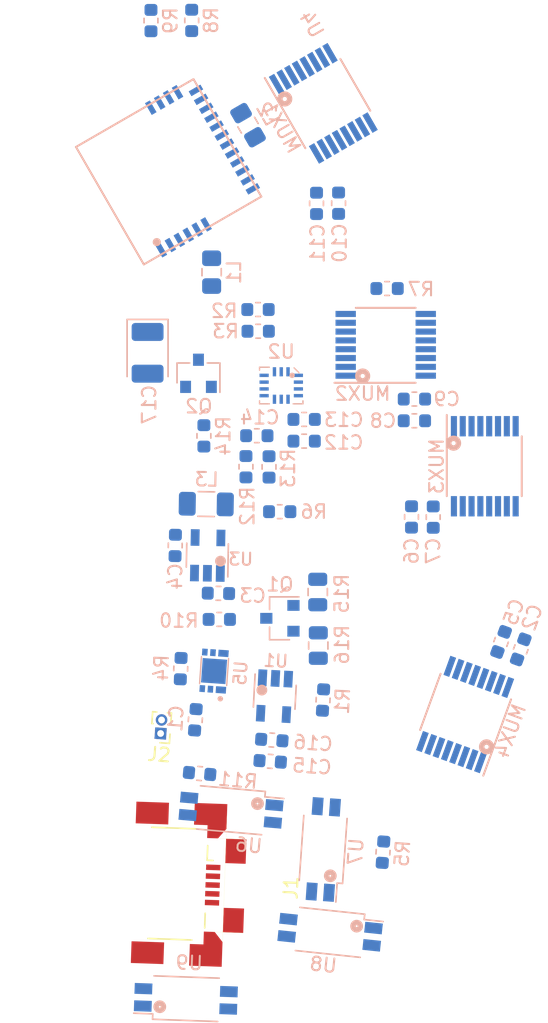
<source format=kicad_pcb>
(kicad_pcb (version 20171130) (host pcbnew "(5.0.0)")

  (general
    (thickness 1.6)
    (drawings 0)
    (tracks 694)
    (zones 0)
    (modules 53)
    (nets 67)
  )

  (page A3)
  (layers
    (0 F.Cu signal)
    (31 B.Cu signal)
    (32 B.Adhes user)
    (33 F.Adhes user)
    (34 B.Paste user)
    (35 F.Paste user)
    (36 B.SilkS user)
    (37 F.SilkS user)
    (38 B.Mask user)
    (39 F.Mask user)
    (40 Dwgs.User user hide)
    (41 Cmts.User user hide)
    (42 Eco1.User user hide)
    (43 Eco2.User user)
    (44 Edge.Cuts user)
    (45 Margin user hide)
    (46 B.CrtYd user hide)
    (47 F.CrtYd user hide)
    (48 B.Fab user hide)
    (49 F.Fab user hide)
  )

  (setup
    (last_trace_width 0.25)
    (user_trace_width 0.07)
    (user_trace_width 0.08)
    (user_trace_width 0.1)
    (user_trace_width 0.125)
    (user_trace_width 0.15)
    (user_trace_width 0.16)
    (trace_clearance 0.15)
    (zone_clearance 0.39)
    (zone_45_only no)
    (trace_min 0.06)
    (segment_width 0.1)
    (edge_width 0.2)
    (via_size 0.8)
    (via_drill 0.4)
    (via_min_size 0.4)
    (via_min_drill 0.35)
    (user_via 0.5 0.37)
    (user_via 0.6 0.37)
    (user_via 0.7 0.37)
    (uvia_size 0.3)
    (uvia_drill 0.1)
    (uvias_allowed no)
    (uvia_min_size 0.2)
    (uvia_min_drill 0.1)
    (pcb_text_width 0.3)
    (pcb_text_size 1.5 1.5)
    (mod_edge_width 0.15)
    (mod_text_size 1 1)
    (mod_text_width 0.15)
    (pad_size 0.5 0.5)
    (pad_drill 0)
    (pad_to_mask_clearance 0.2)
    (aux_axis_origin 0 0)
    (grid_origin 196.319453 101.020707)
    (visible_elements 7FFFFFFF)
    (pcbplotparams
      (layerselection 0x010f0_ffffffff)
      (usegerberextensions true)
      (usegerberattributes false)
      (usegerberadvancedattributes false)
      (creategerberjobfile false)
      (excludeedgelayer true)
      (linewidth 0.100000)
      (plotframeref false)
      (viasonmask false)
      (mode 1)
      (useauxorigin false)
      (hpglpennumber 1)
      (hpglpenspeed 20)
      (hpglpendiameter 15.000000)
      (psnegative false)
      (psa4output false)
      (plotreference true)
      (plotvalue true)
      (plotinvisibletext false)
      (padsonsilk false)
      (subtractmaskfromsilk false)
      (outputformat 1)
      (mirror false)
      (drillshape 0)
      (scaleselection 1)
      (outputdirectory "fabrication_right/"))
  )

  (net 0 "")
  (net 1 GND)
  (net 2 +3V3)
  (net 3 +5V)
  (net 4 +BATT)
  (net 5 /U1_A7)
  (net 6 /U1_A6)
  (net 7 /U1_A5)
  (net 8 /U1_A4)
  (net 9 /U1_A3)
  (net 10 /U1_A2)
  (net 11 /U1_A1)
  (net 12 /U1_A0)
  (net 13 /U2_A7)
  (net 14 /U2_A6)
  (net 15 /U2_A5)
  (net 16 /U2_A4)
  (net 17 /U2_A3)
  (net 18 /U2_A2)
  (net 19 /U2_A1)
  (net 20 /U2_A0)
  (net 21 /U1_Data)
  (net 22 /U2_Data)
  (net 23 /U3_Data)
  (net 24 /U4_Data)
  (net 25 /U3_A7)
  (net 26 /U3_A6)
  (net 27 /U3_A5)
  (net 28 /U3_A4)
  (net 29 /U3_A3)
  (net 30 /U3_A2)
  (net 31 /U3_A1)
  (net 32 /U3_A0)
  (net 33 /U4_A7)
  (net 34 /U4_A6)
  (net 35 /U4_A5)
  (net 36 /U4_A4)
  (net 37 /U4_A3)
  (net 38 /U4_A2)
  (net 39 /U4_A1)
  (net 40 /U4_A0)
  (net 41 "Net-(L3-Pad1)")
  (net 42 "Net-(R1-Pad1)")
  (net 43 "Net-(R2-Pad2)")
  (net 44 "Net-(R3-Pad2)")
  (net 45 /S0)
  (net 46 /S1)
  (net 47 /S2)
  (net 48 /MUX_E)
  (net 49 -BATT)
  (net 50 "Net-(C1-Pad1)")
  (net 51 Analog_Batt_Lvl)
  (net 52 Enable_Batt_Lvl)
  (net 53 "Net-(R5-Pad1)")
  (net 54 "Net-(R5-Pad2)")
  (net 55 "Net-(R10-Pad1)")
  (net 56 "Net-(R11-Pad1)")
  (net 57 XRES)
  (net 58 P0.6)
  (net 59 P0.7)
  (net 60 /P0.7_USB)
  (net 61 /P0.6_USB)
  (net 62 /XRES_USB)
  (net 63 "Net-(Q2-Pad3)")
  (net 64 /+3V3_VDDR)
  (net 65 /+3V3_VDD)
  (net 66 /+BATT_CUT)

  (net_class Default "Esta es la clase de red por defecto."
    (clearance 0.15)
    (trace_width 0.25)
    (via_dia 0.8)
    (via_drill 0.4)
    (uvia_dia 0.3)
    (uvia_drill 0.1)
    (add_net +3V3)
    (add_net +5V)
    (add_net +BATT)
    (add_net -BATT)
    (add_net /+3V3_VDD)
    (add_net /+3V3_VDDR)
    (add_net /+BATT_CUT)
    (add_net /MUX_E)
    (add_net /P0.6_USB)
    (add_net /P0.7_USB)
    (add_net /S0)
    (add_net /S1)
    (add_net /S2)
    (add_net /U1_A0)
    (add_net /U1_A1)
    (add_net /U1_A2)
    (add_net /U1_A3)
    (add_net /U1_A4)
    (add_net /U1_A5)
    (add_net /U1_A6)
    (add_net /U1_A7)
    (add_net /U1_Data)
    (add_net /U2_A0)
    (add_net /U2_A1)
    (add_net /U2_A2)
    (add_net /U2_A3)
    (add_net /U2_A4)
    (add_net /U2_A5)
    (add_net /U2_A6)
    (add_net /U2_A7)
    (add_net /U2_Data)
    (add_net /U3_A0)
    (add_net /U3_A1)
    (add_net /U3_A2)
    (add_net /U3_A3)
    (add_net /U3_A4)
    (add_net /U3_A5)
    (add_net /U3_A6)
    (add_net /U3_A7)
    (add_net /U3_Data)
    (add_net /U4_A0)
    (add_net /U4_A1)
    (add_net /U4_A2)
    (add_net /U4_A3)
    (add_net /U4_A4)
    (add_net /U4_A5)
    (add_net /U4_A6)
    (add_net /U4_A7)
    (add_net /U4_Data)
    (add_net /XRES_USB)
    (add_net Analog_Batt_Lvl)
    (add_net Enable_Batt_Lvl)
    (add_net GND)
    (add_net "Net-(C1-Pad1)")
    (add_net "Net-(L3-Pad1)")
    (add_net "Net-(Q2-Pad3)")
    (add_net "Net-(R1-Pad1)")
    (add_net "Net-(R10-Pad1)")
    (add_net "Net-(R11-Pad1)")
    (add_net "Net-(R2-Pad2)")
    (add_net "Net-(R3-Pad2)")
    (add_net "Net-(R5-Pad1)")
    (add_net "Net-(R5-Pad2)")
    (add_net P0.6)
    (add_net P0.7)
    (add_net XRES)
  )

  (module Package_SO:TSSOP-16_4.4x5mm_P0.65mm (layer B.Cu) (tedit 5DC2AFA7) (tstamp 5DEFF778)
    (at 209.299453 191.460707 70)
    (descr "16-Lead Plastic Thin Shrink Small Outline (ST)-4.4 mm Body [TSSOP] (see Microchip Packaging Specification 00000049BS.pdf)")
    (tags "SSOP 0.65")
    (path /5BCB077B)
    (attr smd)
    (fp_text reference MUX4 (at 0 3.55 70) (layer B.SilkS)
      (effects (font (size 1 1) (thickness 0.15)) (justify mirror))
    )
    (fp_text value CD74HC4051 (at 0 -3.55 70) (layer B.Fab)
      (effects (font (size 1 1) (thickness 0.15)) (justify mirror))
    )
    (fp_circle (center -1.7 2.3) (end -1.541886 2.3) (layer B.SilkS) (width 0.4))
    (fp_text user %R (at 0 0 70) (layer B.Fab)
      (effects (font (size 0.8 0.8) (thickness 0.15)) (justify mirror))
    )
    (fp_line (start -3.775 2.8) (end 2.2 2.8) (layer B.SilkS) (width 0.15))
    (fp_line (start -2.2 -2.725) (end 2.2 -2.725) (layer B.SilkS) (width 0.15))
    (fp_line (start -3.95 -2.8) (end 3.95 -2.8) (layer B.CrtYd) (width 0.05))
    (fp_line (start -3.95 2.9) (end 3.95 2.9) (layer B.CrtYd) (width 0.05))
    (fp_line (start 3.95 2.9) (end 3.95 -2.8) (layer B.CrtYd) (width 0.05))
    (fp_line (start -3.95 2.9) (end -3.95 -2.8) (layer B.CrtYd) (width 0.05))
    (fp_line (start -2.2 1.5) (end -1.2 2.5) (layer B.Fab) (width 0.15))
    (fp_line (start -2.2 -2.5) (end -2.2 1.5) (layer B.Fab) (width 0.15))
    (fp_line (start 2.2 -2.5) (end -2.2 -2.5) (layer B.Fab) (width 0.15))
    (fp_line (start 2.2 2.5) (end 2.2 -2.5) (layer B.Fab) (width 0.15))
    (fp_line (start -1.2 2.5) (end 2.2 2.5) (layer B.Fab) (width 0.15))
    (pad 16 smd rect (at 2.95 2.275 70) (size 1.5 0.45) (layers B.Cu B.Paste B.Mask)
      (net 2 +3V3))
    (pad 15 smd rect (at 2.95 1.625 70) (size 1.5 0.45) (layers B.Cu B.Paste B.Mask)
      (net 38 /U4_A2))
    (pad 14 smd rect (at 2.95 0.975 70) (size 1.5 0.45) (layers B.Cu B.Paste B.Mask)
      (net 39 /U4_A1))
    (pad 13 smd rect (at 2.95 0.325 70) (size 1.5 0.45) (layers B.Cu B.Paste B.Mask)
      (net 40 /U4_A0))
    (pad 12 smd rect (at 2.95 -0.325 70) (size 1.5 0.45) (layers B.Cu B.Paste B.Mask)
      (net 37 /U4_A3))
    (pad 11 smd rect (at 2.95 -0.975 70) (size 1.5 0.45) (layers B.Cu B.Paste B.Mask)
      (net 45 /S0))
    (pad 10 smd rect (at 2.95 -1.625 70) (size 1.5 0.45) (layers B.Cu B.Paste B.Mask)
      (net 46 /S1))
    (pad 9 smd rect (at 2.95 -2.275 70) (size 1.5 0.45) (layers B.Cu B.Paste B.Mask)
      (net 47 /S2))
    (pad 8 smd rect (at -2.95 -2.275 70) (size 1.5 0.45) (layers B.Cu B.Paste B.Mask)
      (net 1 GND))
    (pad 7 smd rect (at -2.95 -1.625 70) (size 1.5 0.45) (layers B.Cu B.Paste B.Mask)
      (net 1 GND))
    (pad 6 smd rect (at -2.95 -0.975 70) (size 1.5 0.45) (layers B.Cu B.Paste B.Mask)
      (net 48 /MUX_E))
    (pad 5 smd rect (at -2.95 -0.325 70) (size 1.5 0.45) (layers B.Cu B.Paste B.Mask)
      (net 35 /U4_A5))
    (pad 4 smd rect (at -2.95 0.325 70) (size 1.5 0.45) (layers B.Cu B.Paste B.Mask)
      (net 33 /U4_A7))
    (pad 3 smd rect (at -2.95 0.975 70) (size 1.5 0.45) (layers B.Cu B.Paste B.Mask)
      (net 2 +3V3))
    (pad 2 smd rect (at -2.95 1.625 70) (size 1.5 0.45) (layers B.Cu B.Paste B.Mask)
      (net 34 /U4_A6))
    (pad 1 smd rect (at -2.95 2.275 70) (size 1.5 0.45) (layers B.Cu B.Paste B.Mask)
      (net 36 /U4_A4))
    (model ${KISYS3DMOD}/Package_SO.3dshapes/TSSOP-16_4.4x5mm_P0.65mm.wrl
      (at (xyz 0 0 0))
      (scale (xyz 1 1 1))
      (rotate (xyz 0 0 0))
    )
  )

  (module Capacitor_SMD:C_0603_1608Metric (layer B.Cu) (tedit 5B301BBE) (tstamp 5DEFF5B7)
    (at 191.119453 182.530707 359)
    (descr "Capacitor SMD 0603 (1608 Metric), square (rectangular) end terminal, IPC_7351 nominal, (Body size source: http://www.tortai-tech.com/upload/download/2011102023233369053.pdf), generated with kicad-footprint-generator")
    (tags capacitor)
    (path /5BD6D2FD)
    (attr smd)
    (fp_text reference C3 (at 2.530154 0.127757 359) (layer B.SilkS)
      (effects (font (size 1 1) (thickness 0.15)) (justify mirror))
    )
    (fp_text value 4.7uF (at 0 -1.43 359) (layer B.Fab)
      (effects (font (size 1 1) (thickness 0.15)) (justify mirror))
    )
    (fp_text user %R (at 0 0 359) (layer B.Fab)
      (effects (font (size 0.4 0.4) (thickness 0.06)) (justify mirror))
    )
    (fp_line (start 1.48 -0.73) (end -1.48 -0.73) (layer B.CrtYd) (width 0.05))
    (fp_line (start 1.48 0.73) (end 1.48 -0.73) (layer B.CrtYd) (width 0.05))
    (fp_line (start -1.48 0.73) (end 1.48 0.73) (layer B.CrtYd) (width 0.05))
    (fp_line (start -1.48 -0.73) (end -1.48 0.73) (layer B.CrtYd) (width 0.05))
    (fp_line (start -0.162779 -0.51) (end 0.162779 -0.51) (layer B.SilkS) (width 0.12))
    (fp_line (start -0.162779 0.51) (end 0.162779 0.51) (layer B.SilkS) (width 0.12))
    (fp_line (start 0.8 -0.4) (end -0.8 -0.4) (layer B.Fab) (width 0.1))
    (fp_line (start 0.8 0.4) (end 0.8 -0.4) (layer B.Fab) (width 0.1))
    (fp_line (start -0.8 0.4) (end 0.8 0.4) (layer B.Fab) (width 0.1))
    (fp_line (start -0.8 -0.4) (end -0.8 0.4) (layer B.Fab) (width 0.1))
    (pad 2 smd roundrect (at 0.7875 0 359) (size 0.875 0.95) (layers B.Cu B.Paste B.Mask) (roundrect_rratio 0.25)
      (net 66 /+BATT_CUT))
    (pad 1 smd roundrect (at -0.7875 0 359) (size 0.875 0.95) (layers B.Cu B.Paste B.Mask) (roundrect_rratio 0.25)
      (net 1 GND))
    (model ${KISYS3DMOD}/Capacitor_SMD.3dshapes/C_0603_1608Metric.wrl
      (at (xyz 0 0 0))
      (scale (xyz 1 1 1))
      (rotate (xyz 0 0 0))
    )
  )

  (module Package_TO_SOT_SMD:TSOT-23-5 (layer B.Cu) (tedit 5DC2B009) (tstamp 5DEFF988)
    (at 190.329453 179.740707 89)
    (descr "5-pin TSOT23 package, http://cds.linear.com/docs/en/packaging/SOT_5_05-08-1635.pdf")
    (tags TSOT-23-5)
    (path /5BCB3DD8)
    (attr smd)
    (fp_text reference U3 (at -0.231479 2.438411 179) (layer B.SilkS)
      (effects (font (size 0.9 0.9) (thickness 0.15)) (justify mirror))
    )
    (fp_text value ADP2108AUJ-3.3 (at 0 -2.5 89) (layer B.Fab)
      (effects (font (size 1 1) (thickness 0.15)) (justify mirror))
    )
    (fp_circle (center -0.4 0.95) (end -0.4 0.95) (layer B.SilkS) (width 0.4))
    (fp_line (start 2.17 -1.7) (end -2.17 -1.7) (layer B.CrtYd) (width 0.05))
    (fp_line (start 2.17 -1.7) (end 2.17 1.7) (layer B.CrtYd) (width 0.05))
    (fp_line (start -2.17 1.7) (end -2.17 -1.7) (layer B.CrtYd) (width 0.05))
    (fp_line (start -2.17 1.7) (end 2.17 1.7) (layer B.CrtYd) (width 0.05))
    (fp_line (start 0.88 1.45) (end 0.88 -1.45) (layer B.Fab) (width 0.1))
    (fp_line (start 0.88 -1.45) (end -0.88 -1.45) (layer B.Fab) (width 0.1))
    (fp_line (start -0.88 1) (end -0.88 -1.45) (layer B.Fab) (width 0.1))
    (fp_line (start 0.88 1.45) (end -0.43 1.45) (layer B.Fab) (width 0.1))
    (fp_line (start -0.88 1) (end -0.43 1.45) (layer B.Fab) (width 0.1))
    (fp_line (start 0.88 1.51) (end -1.55 1.51) (layer B.SilkS) (width 0.12))
    (fp_line (start -0.88 -1.56) (end 0.88 -1.56) (layer B.SilkS) (width 0.12))
    (fp_text user %R (at 0 0 -1) (layer B.Fab)
      (effects (font (size 0.5 0.5) (thickness 0.075)) (justify mirror))
    )
    (pad 5 smd rect (at 1.31 0.95 89) (size 1.22 0.65) (layers B.Cu B.Paste B.Mask)
      (net 41 "Net-(L3-Pad1)"))
    (pad 4 smd rect (at 1.31 -0.95 89) (size 1.22 0.65) (layers B.Cu B.Paste B.Mask)
      (net 2 +3V3))
    (pad 3 smd rect (at -1.31 -0.95 89) (size 1.22 0.65) (layers B.Cu B.Paste B.Mask)
      (net 66 /+BATT_CUT))
    (pad 2 smd rect (at -1.31 0 89) (size 1.22 0.65) (layers B.Cu B.Paste B.Mask)
      (net 1 GND))
    (pad 1 smd rect (at -1.31 0.95 89) (size 1.22 0.65) (layers B.Cu B.Paste B.Mask)
      (net 66 /+BATT_CUT))
    (model ${KISYS3DMOD}/Package_TO_SOT_SMD.3dshapes/TSOT-23-5.wrl
      (at (xyz 0 0 0))
      (scale (xyz 1 1 1))
      (rotate (xyz 0 0 0))
    )
  )

  (module Connector_PinHeader_1.00mm:PinHeader_1x02_P1.00mm_Vertical (layer F.Cu) (tedit 59FED738) (tstamp 5DEFF6B3)
    (at 186.859453 192.860707 176)
    (descr "Through hole straight pin header, 1x02, 1.00mm pitch, single row")
    (tags "Through hole pin header THT 1x02 1.00mm single row")
    (path /5BD51C48)
    (fp_text reference J2 (at 0 -1.56 176) (layer F.SilkS)
      (effects (font (size 1 1) (thickness 0.15)))
    )
    (fp_text value 3V7_Battery (at 0 2.56 176) (layer F.Fab)
      (effects (font (size 1 1) (thickness 0.15)))
    )
    (fp_text user %R (at 0 0.5 266) (layer F.Fab)
      (effects (font (size 0.76 0.76) (thickness 0.114)))
    )
    (fp_line (start 1.15 -1) (end -1.15 -1) (layer F.CrtYd) (width 0.05))
    (fp_line (start 1.15 2) (end 1.15 -1) (layer F.CrtYd) (width 0.05))
    (fp_line (start -1.15 2) (end 1.15 2) (layer F.CrtYd) (width 0.05))
    (fp_line (start -1.15 -1) (end -1.15 2) (layer F.CrtYd) (width 0.05))
    (fp_line (start -0.695 -0.685) (end 0 -0.685) (layer F.SilkS) (width 0.12))
    (fp_line (start -0.695 0) (end -0.695 -0.685) (layer F.SilkS) (width 0.12))
    (fp_line (start 0.608276 0.685) (end 0.695 0.685) (layer F.SilkS) (width 0.12))
    (fp_line (start -0.695 0.685) (end -0.608276 0.685) (layer F.SilkS) (width 0.12))
    (fp_line (start 0.695 0.685) (end 0.695 1.56) (layer F.SilkS) (width 0.12))
    (fp_line (start -0.695 0.685) (end -0.695 1.56) (layer F.SilkS) (width 0.12))
    (fp_line (start 0.394493 1.56) (end 0.695 1.56) (layer F.SilkS) (width 0.12))
    (fp_line (start -0.695 1.56) (end -0.394493 1.56) (layer F.SilkS) (width 0.12))
    (fp_line (start -0.635 -0.1825) (end -0.3175 -0.5) (layer F.Fab) (width 0.1))
    (fp_line (start -0.635 1.5) (end -0.635 -0.1825) (layer F.Fab) (width 0.1))
    (fp_line (start 0.635 1.5) (end -0.635 1.5) (layer F.Fab) (width 0.1))
    (fp_line (start 0.635 -0.5) (end 0.635 1.5) (layer F.Fab) (width 0.1))
    (fp_line (start -0.3175 -0.5) (end 0.635 -0.5) (layer F.Fab) (width 0.1))
    (pad 2 thru_hole oval (at 0 1 176) (size 0.85 0.85) (drill 0.5) (layers *.Cu *.Mask)
      (net 4 +BATT))
    (pad 1 thru_hole rect (at 0 0 176) (size 0.85 0.85) (drill 0.5) (layers *.Cu *.Mask)
      (net 49 -BATT))
    (model ${KISYS3DMOD}/Connector_PinHeader_1.00mm.3dshapes/PinHeader_1x02_P1.00mm_Vertical.wrl
      (at (xyz 0 0 0))
      (scale (xyz 1 1 1))
      (rotate (xyz 0 0 0))
    )
  )

  (module Package_LGA:Bosch_LGA-14_3x2.5mm_P0.5mm (layer B.Cu) (tedit 5DC2B075) (tstamp 5E153C22)
    (at 195.749453 167.210707 180)
    (descr "LGA-14 Bosch https://ae-bst.resource.bosch.com/media/_tech/media/datasheets/BST-BMI160-DS000-07.pdf")
    (tags "lga land grid array")
    (path /5BCCBE26)
    (attr smd)
    (fp_text reference U2 (at 0 2.5 180) (layer B.SilkS)
      (effects (font (size 1 1) (thickness 0.15)) (justify mirror))
    )
    (fp_text value ISM330DLC (at 0 -2.5 180) (layer B.Fab)
      (effects (font (size 1 1) (thickness 0.15)) (justify mirror))
    )
    (fp_circle (center -0.8 0.75) (end -0.8 0.75) (layer B.SilkS) (width 0.2))
    (fp_line (start -1.85 -1.6) (end -1.85 1.6) (layer B.CrtYd) (width 0.05))
    (fp_line (start 1.85 -1.6) (end -1.85 -1.6) (layer B.CrtYd) (width 0.05))
    (fp_line (start 1.85 1.6) (end 1.85 -1.6) (layer B.CrtYd) (width 0.05))
    (fp_line (start -1.85 1.6) (end 1.85 1.6) (layer B.CrtYd) (width 0.05))
    (fp_line (start -1.5 -1.25) (end -1.5 0.5) (layer B.Fab) (width 0.1))
    (fp_line (start 1.5 -1.25) (end -1.5 -1.25) (layer B.Fab) (width 0.1))
    (fp_line (start 1.5 1.25) (end 1.5 -1.25) (layer B.Fab) (width 0.1))
    (fp_line (start -0.75 1.25) (end 1.5 1.25) (layer B.Fab) (width 0.1))
    (fp_line (start -0.75 1.25) (end -1.5 0.5) (layer B.Fab) (width 0.1))
    (fp_text user %R (at 0 0 180) (layer B.Fab)
      (effects (font (size 0.5 0.5) (thickness 0.075)) (justify mirror))
    )
    (fp_line (start 1.6 1.35) (end 1.6 1.13) (layer B.SilkS) (width 0.1))
    (fp_line (start 0.88 1.35) (end 1.6 1.35) (layer B.SilkS) (width 0.1))
    (fp_line (start 1.6 -1.35) (end 0.88 -1.35) (layer B.SilkS) (width 0.1))
    (fp_line (start 1.6 -1.13) (end 1.6 -1.35) (layer B.SilkS) (width 0.1))
    (fp_line (start -1.6 -1.35) (end -1.6 -1.13) (layer B.SilkS) (width 0.1))
    (fp_line (start -1.6 -1.35) (end -0.88 -1.35) (layer B.SilkS) (width 0.1))
    (fp_line (start -1.3 0.95) (end -0.95 1.3) (layer B.SilkS) (width 0.1))
    (pad 11 smd rect (at 1.2625 0.75 180) (size 0.675 0.25) (layers B.Cu B.Paste B.Mask))
    (pad 10 smd rect (at 1.2625 0.25 180) (size 0.675 0.25) (layers B.Cu B.Paste B.Mask))
    (pad 9 smd rect (at 1.2625 -0.25 180) (size 0.675 0.25) (layers B.Cu B.Paste B.Mask))
    (pad 8 smd rect (at 1.2625 -0.75 180) (size 0.675 0.25) (layers B.Cu B.Paste B.Mask)
      (net 2 +3V3))
    (pad 4 smd rect (at -1.2625 -0.75 180) (size 0.675 0.25) (layers B.Cu B.Paste B.Mask))
    (pad 3 smd rect (at -1.2625 -0.25 180) (size 0.675 0.25) (layers B.Cu B.Paste B.Mask)
      (net 1 GND))
    (pad 2 smd rect (at -1.2625 0.25 180) (size 0.675 0.25) (layers B.Cu B.Paste B.Mask)
      (net 1 GND))
    (pad 1 smd rect (at -1.2625 0.75 180) (size 0.675 0.25) (layers B.Cu B.Paste B.Mask)
      (net 1 GND))
    (pad 7 smd rect (at 0.5 -1.0125 180) (size 0.25 0.675) (layers B.Cu B.Paste B.Mask)
      (net 1 GND))
    (pad 6 smd rect (at 0 -1.0125 180) (size 0.25 0.675) (layers B.Cu B.Paste B.Mask)
      (net 1 GND))
    (pad 5 smd rect (at -0.5 -1.0125 180) (size 0.25 0.675) (layers B.Cu B.Paste B.Mask)
      (net 2 +3V3))
    (pad 12 smd rect (at 0.5 1.0125 180) (size 0.25 0.675) (layers B.Cu B.Paste B.Mask))
    (pad 14 smd rect (at -0.5 1.0125 180) (size 0.25 0.675) (layers B.Cu B.Paste B.Mask)
      (net 43 "Net-(R2-Pad2)"))
    (pad 13 smd rect (at 0 1.0125 180) (size 0.25 0.675) (layers B.Cu B.Paste B.Mask)
      (net 44 "Net-(R3-Pad2)"))
    (model ${KISYS3DMOD}/Package_LGA.3dshapes/Bosch_LGA-14_3x2.5mm_P0.5mm.wrl
      (at (xyz 0 0 0))
      (scale (xyz 1 1 1))
      (rotate (xyz 0 0 0))
    )
  )

  (module Capacitor_SMD:C_0603_1608Metric (layer B.Cu) (tedit 5B301BBE) (tstamp 5DEFF595)
    (at 189.419453 191.850707 266)
    (descr "Capacitor SMD 0603 (1608 Metric), square (rectangular) end terminal, IPC_7351 nominal, (Body size source: http://www.tortai-tech.com/upload/download/2011102023233369053.pdf), generated with kicad-footprint-generator")
    (tags capacitor)
    (path /5E2E7FBD)
    (attr smd)
    (fp_text reference C1 (at 0 1.43 266) (layer B.SilkS)
      (effects (font (size 1 1) (thickness 0.15)) (justify mirror))
    )
    (fp_text value 0.1uF (at 0 -1.43 266) (layer B.Fab)
      (effects (font (size 1 1) (thickness 0.15)) (justify mirror))
    )
    (fp_text user %R (at 0 0 266) (layer B.Fab)
      (effects (font (size 0.4 0.4) (thickness 0.06)) (justify mirror))
    )
    (fp_line (start 1.48 -0.73) (end -1.48 -0.73) (layer B.CrtYd) (width 0.05))
    (fp_line (start 1.48 0.73) (end 1.48 -0.73) (layer B.CrtYd) (width 0.05))
    (fp_line (start -1.48 0.73) (end 1.48 0.73) (layer B.CrtYd) (width 0.05))
    (fp_line (start -1.48 -0.73) (end -1.48 0.73) (layer B.CrtYd) (width 0.05))
    (fp_line (start -0.162779 -0.51) (end 0.162779 -0.51) (layer B.SilkS) (width 0.12))
    (fp_line (start -0.162779 0.51) (end 0.162779 0.51) (layer B.SilkS) (width 0.12))
    (fp_line (start 0.8 -0.4) (end -0.8 -0.4) (layer B.Fab) (width 0.1))
    (fp_line (start 0.8 0.4) (end 0.8 -0.4) (layer B.Fab) (width 0.1))
    (fp_line (start -0.8 0.4) (end 0.8 0.4) (layer B.Fab) (width 0.1))
    (fp_line (start -0.8 -0.4) (end -0.8 0.4) (layer B.Fab) (width 0.1))
    (pad 2 smd roundrect (at 0.7875 0 266) (size 0.875 0.95) (layers B.Cu B.Paste B.Mask) (roundrect_rratio 0.25)
      (net 49 -BATT))
    (pad 1 smd roundrect (at -0.7875 0 266) (size 0.875 0.95) (layers B.Cu B.Paste B.Mask) (roundrect_rratio 0.25)
      (net 50 "Net-(C1-Pad1)"))
    (model ${KISYS3DMOD}/Capacitor_SMD.3dshapes/C_0603_1608Metric.wrl
      (at (xyz 0 0 0))
      (scale (xyz 1 1 1))
      (rotate (xyz 0 0 0))
    )
  )

  (module Capacitor_SMD:C_0603_1608Metric (layer B.Cu) (tedit 5B301BBE) (tstamp 5DEFF5A6)
    (at 213.399453 186.660707 250)
    (descr "Capacitor SMD 0603 (1608 Metric), square (rectangular) end terminal, IPC_7351 nominal, (Body size source: http://www.tortai-tech.com/upload/download/2011102023233369053.pdf), generated with kicad-footprint-generator")
    (tags capacitor)
    (path /5E02984B)
    (attr smd)
    (fp_text reference C2 (at -2.498995 0.005009 250) (layer B.SilkS)
      (effects (font (size 1 1) (thickness 0.15)) (justify mirror))
    )
    (fp_text value 1uF (at 0 -1.43 250) (layer B.Fab)
      (effects (font (size 1 1) (thickness 0.15)) (justify mirror))
    )
    (fp_text user %R (at 0 0 250) (layer B.Fab)
      (effects (font (size 0.4 0.4) (thickness 0.06)) (justify mirror))
    )
    (fp_line (start 1.48 -0.73) (end -1.48 -0.73) (layer B.CrtYd) (width 0.05))
    (fp_line (start 1.48 0.73) (end 1.48 -0.73) (layer B.CrtYd) (width 0.05))
    (fp_line (start -1.48 0.73) (end 1.48 0.73) (layer B.CrtYd) (width 0.05))
    (fp_line (start -1.48 -0.73) (end -1.48 0.73) (layer B.CrtYd) (width 0.05))
    (fp_line (start -0.162779 -0.51) (end 0.162779 -0.51) (layer B.SilkS) (width 0.12))
    (fp_line (start -0.162779 0.51) (end 0.162779 0.51) (layer B.SilkS) (width 0.12))
    (fp_line (start 0.8 -0.4) (end -0.8 -0.4) (layer B.Fab) (width 0.1))
    (fp_line (start 0.8 0.4) (end 0.8 -0.4) (layer B.Fab) (width 0.1))
    (fp_line (start -0.8 0.4) (end 0.8 0.4) (layer B.Fab) (width 0.1))
    (fp_line (start -0.8 -0.4) (end -0.8 0.4) (layer B.Fab) (width 0.1))
    (pad 2 smd roundrect (at 0.7875 0 250) (size 0.875 0.95) (layers B.Cu B.Paste B.Mask) (roundrect_rratio 0.25)
      (net 2 +3V3))
    (pad 1 smd roundrect (at -0.7875 0 250) (size 0.875 0.95) (layers B.Cu B.Paste B.Mask) (roundrect_rratio 0.25)
      (net 1 GND))
    (model ${KISYS3DMOD}/Capacitor_SMD.3dshapes/C_0603_1608Metric.wrl
      (at (xyz 0 0 0))
      (scale (xyz 1 1 1))
      (rotate (xyz 0 0 0))
    )
  )

  (module Capacitor_SMD:C_0603_1608Metric (layer B.Cu) (tedit 5B301BBE) (tstamp 5DEFF5C8)
    (at 187.937453 178.998707 269)
    (descr "Capacitor SMD 0603 (1608 Metric), square (rectangular) end terminal, IPC_7351 nominal, (Body size source: http://www.tortai-tech.com/upload/download/2011102023233369053.pdf), generated with kicad-footprint-generator")
    (tags capacitor)
    (path /5BD2FAE1)
    (attr smd)
    (fp_text reference C4 (at 2.285652 -0.039896 269) (layer B.SilkS)
      (effects (font (size 1 1) (thickness 0.15)) (justify mirror))
    )
    (fp_text value 10uF (at 0 -1.43 269) (layer B.Fab)
      (effects (font (size 1 1) (thickness 0.15)) (justify mirror))
    )
    (fp_text user %R (at 0 0 269) (layer B.Fab)
      (effects (font (size 0.4 0.4) (thickness 0.06)) (justify mirror))
    )
    (fp_line (start 1.48 -0.73) (end -1.48 -0.73) (layer B.CrtYd) (width 0.05))
    (fp_line (start 1.48 0.73) (end 1.48 -0.73) (layer B.CrtYd) (width 0.05))
    (fp_line (start -1.48 0.73) (end 1.48 0.73) (layer B.CrtYd) (width 0.05))
    (fp_line (start -1.48 -0.73) (end -1.48 0.73) (layer B.CrtYd) (width 0.05))
    (fp_line (start -0.162779 -0.51) (end 0.162779 -0.51) (layer B.SilkS) (width 0.12))
    (fp_line (start -0.162779 0.51) (end 0.162779 0.51) (layer B.SilkS) (width 0.12))
    (fp_line (start 0.8 -0.4) (end -0.8 -0.4) (layer B.Fab) (width 0.1))
    (fp_line (start 0.8 0.4) (end 0.8 -0.4) (layer B.Fab) (width 0.1))
    (fp_line (start -0.8 0.4) (end 0.8 0.4) (layer B.Fab) (width 0.1))
    (fp_line (start -0.8 -0.4) (end -0.8 0.4) (layer B.Fab) (width 0.1))
    (pad 2 smd roundrect (at 0.7875 0 269) (size 0.875 0.95) (layers B.Cu B.Paste B.Mask) (roundrect_rratio 0.25)
      (net 1 GND))
    (pad 1 smd roundrect (at -0.7875 0 269) (size 0.875 0.95) (layers B.Cu B.Paste B.Mask) (roundrect_rratio 0.25)
      (net 2 +3V3))
    (model ${KISYS3DMOD}/Capacitor_SMD.3dshapes/C_0603_1608Metric.wrl
      (at (xyz 0 0 0))
      (scale (xyz 1 1 1))
      (rotate (xyz 0 0 0))
    )
  )

  (module Capacitor_SMD:C_0603_1608Metric (layer B.Cu) (tedit 5B301BBE) (tstamp 5DEFF5D9)
    (at 211.949453 186.110707 250)
    (descr "Capacitor SMD 0603 (1608 Metric), square (rectangular) end terminal, IPC_7351 nominal, (Body size source: http://www.tortai-tech.com/upload/download/2011102023233369053.pdf), generated with kicad-footprint-generator")
    (tags capacitor)
    (path /5E098354)
    (attr smd)
    (fp_text reference C5 (at -2.392243 -0.140264 250) (layer B.SilkS)
      (effects (font (size 1 1) (thickness 0.15)) (justify mirror))
    )
    (fp_text value 0.1uF (at 0 -1.43 250) (layer B.Fab)
      (effects (font (size 1 1) (thickness 0.15)) (justify mirror))
    )
    (fp_text user %R (at 0 0 250) (layer B.Fab)
      (effects (font (size 0.4 0.4) (thickness 0.06)) (justify mirror))
    )
    (fp_line (start 1.48 -0.73) (end -1.48 -0.73) (layer B.CrtYd) (width 0.05))
    (fp_line (start 1.48 0.73) (end 1.48 -0.73) (layer B.CrtYd) (width 0.05))
    (fp_line (start -1.48 0.73) (end 1.48 0.73) (layer B.CrtYd) (width 0.05))
    (fp_line (start -1.48 -0.73) (end -1.48 0.73) (layer B.CrtYd) (width 0.05))
    (fp_line (start -0.162779 -0.51) (end 0.162779 -0.51) (layer B.SilkS) (width 0.12))
    (fp_line (start -0.162779 0.51) (end 0.162779 0.51) (layer B.SilkS) (width 0.12))
    (fp_line (start 0.8 -0.4) (end -0.8 -0.4) (layer B.Fab) (width 0.1))
    (fp_line (start 0.8 0.4) (end 0.8 -0.4) (layer B.Fab) (width 0.1))
    (fp_line (start -0.8 0.4) (end 0.8 0.4) (layer B.Fab) (width 0.1))
    (fp_line (start -0.8 -0.4) (end -0.8 0.4) (layer B.Fab) (width 0.1))
    (pad 2 smd roundrect (at 0.7875 0 250) (size 0.875 0.95) (layers B.Cu B.Paste B.Mask) (roundrect_rratio 0.25)
      (net 2 +3V3))
    (pad 1 smd roundrect (at -0.7875 0 250) (size 0.875 0.95) (layers B.Cu B.Paste B.Mask) (roundrect_rratio 0.25)
      (net 1 GND))
    (model ${KISYS3DMOD}/Capacitor_SMD.3dshapes/C_0603_1608Metric.wrl
      (at (xyz 0 0 0))
      (scale (xyz 1 1 1))
      (rotate (xyz 0 0 0))
    )
  )

  (module Capacitor_SMD:C_0603_1608Metric (layer B.Cu) (tedit 5B301BBE) (tstamp 5DEFF5EA)
    (at 205.349453 176.898207 90)
    (descr "Capacitor SMD 0603 (1608 Metric), square (rectangular) end terminal, IPC_7351 nominal, (Body size source: http://www.tortai-tech.com/upload/download/2011102023233369053.pdf), generated with kicad-footprint-generator")
    (tags capacitor)
    (path /5E0E3202)
    (attr smd)
    (fp_text reference C6 (at -2.5125 0 90) (layer B.SilkS)
      (effects (font (size 1 1) (thickness 0.15)) (justify mirror))
    )
    (fp_text value 1uF (at 0 -1.43 90) (layer B.Fab)
      (effects (font (size 1 1) (thickness 0.15)) (justify mirror))
    )
    (fp_text user %R (at 0 0 90) (layer B.Fab)
      (effects (font (size 0.4 0.4) (thickness 0.06)) (justify mirror))
    )
    (fp_line (start 1.48 -0.73) (end -1.48 -0.73) (layer B.CrtYd) (width 0.05))
    (fp_line (start 1.48 0.73) (end 1.48 -0.73) (layer B.CrtYd) (width 0.05))
    (fp_line (start -1.48 0.73) (end 1.48 0.73) (layer B.CrtYd) (width 0.05))
    (fp_line (start -1.48 -0.73) (end -1.48 0.73) (layer B.CrtYd) (width 0.05))
    (fp_line (start -0.162779 -0.51) (end 0.162779 -0.51) (layer B.SilkS) (width 0.12))
    (fp_line (start -0.162779 0.51) (end 0.162779 0.51) (layer B.SilkS) (width 0.12))
    (fp_line (start 0.8 -0.4) (end -0.8 -0.4) (layer B.Fab) (width 0.1))
    (fp_line (start 0.8 0.4) (end 0.8 -0.4) (layer B.Fab) (width 0.1))
    (fp_line (start -0.8 0.4) (end 0.8 0.4) (layer B.Fab) (width 0.1))
    (fp_line (start -0.8 -0.4) (end -0.8 0.4) (layer B.Fab) (width 0.1))
    (pad 2 smd roundrect (at 0.7875 0 90) (size 0.875 0.95) (layers B.Cu B.Paste B.Mask) (roundrect_rratio 0.25)
      (net 2 +3V3))
    (pad 1 smd roundrect (at -0.7875 0 90) (size 0.875 0.95) (layers B.Cu B.Paste B.Mask) (roundrect_rratio 0.25)
      (net 1 GND))
    (model ${KISYS3DMOD}/Capacitor_SMD.3dshapes/C_0603_1608Metric.wrl
      (at (xyz 0 0 0))
      (scale (xyz 1 1 1))
      (rotate (xyz 0 0 0))
    )
  )

  (module Capacitor_SMD:C_0603_1608Metric (layer B.Cu) (tedit 5B301BBE) (tstamp 5DEFF5FB)
    (at 206.949453 176.910707 90)
    (descr "Capacitor SMD 0603 (1608 Metric), square (rectangular) end terminal, IPC_7351 nominal, (Body size source: http://www.tortai-tech.com/upload/download/2011102023233369053.pdf), generated with kicad-footprint-generator")
    (tags capacitor)
    (path /5E0E3144)
    (attr smd)
    (fp_text reference C7 (at -2.5 0 90) (layer B.SilkS)
      (effects (font (size 1 1) (thickness 0.15)) (justify mirror))
    )
    (fp_text value 0.1uF (at 0 -1.43 90) (layer B.Fab)
      (effects (font (size 1 1) (thickness 0.15)) (justify mirror))
    )
    (fp_text user %R (at 0 0 90) (layer B.Fab)
      (effects (font (size 0.4 0.4) (thickness 0.06)) (justify mirror))
    )
    (fp_line (start 1.48 -0.73) (end -1.48 -0.73) (layer B.CrtYd) (width 0.05))
    (fp_line (start 1.48 0.73) (end 1.48 -0.73) (layer B.CrtYd) (width 0.05))
    (fp_line (start -1.48 0.73) (end 1.48 0.73) (layer B.CrtYd) (width 0.05))
    (fp_line (start -1.48 -0.73) (end -1.48 0.73) (layer B.CrtYd) (width 0.05))
    (fp_line (start -0.162779 -0.51) (end 0.162779 -0.51) (layer B.SilkS) (width 0.12))
    (fp_line (start -0.162779 0.51) (end 0.162779 0.51) (layer B.SilkS) (width 0.12))
    (fp_line (start 0.8 -0.4) (end -0.8 -0.4) (layer B.Fab) (width 0.1))
    (fp_line (start 0.8 0.4) (end 0.8 -0.4) (layer B.Fab) (width 0.1))
    (fp_line (start -0.8 0.4) (end 0.8 0.4) (layer B.Fab) (width 0.1))
    (fp_line (start -0.8 -0.4) (end -0.8 0.4) (layer B.Fab) (width 0.1))
    (pad 2 smd roundrect (at 0.7875 0 90) (size 0.875 0.95) (layers B.Cu B.Paste B.Mask) (roundrect_rratio 0.25)
      (net 2 +3V3))
    (pad 1 smd roundrect (at -0.7875 0 90) (size 0.875 0.95) (layers B.Cu B.Paste B.Mask) (roundrect_rratio 0.25)
      (net 1 GND))
    (model ${KISYS3DMOD}/Capacitor_SMD.3dshapes/C_0603_1608Metric.wrl
      (at (xyz 0 0 0))
      (scale (xyz 1 1 1))
      (rotate (xyz 0 0 0))
    )
  )

  (module Capacitor_SMD:C_0603_1608Metric (layer B.Cu) (tedit 5B301BBE) (tstamp 5DEFF60C)
    (at 205.561953 169.810707)
    (descr "Capacitor SMD 0603 (1608 Metric), square (rectangular) end terminal, IPC_7351 nominal, (Body size source: http://www.tortai-tech.com/upload/download/2011102023233369053.pdf), generated with kicad-footprint-generator")
    (tags capacitor)
    (path /5E108138)
    (attr smd)
    (fp_text reference C8 (at -2.3125 0) (layer B.SilkS)
      (effects (font (size 1 1) (thickness 0.15)) (justify mirror))
    )
    (fp_text value 1uF (at 0 -1.43) (layer B.Fab)
      (effects (font (size 1 1) (thickness 0.15)) (justify mirror))
    )
    (fp_text user %R (at 0 0) (layer B.Fab)
      (effects (font (size 0.4 0.4) (thickness 0.06)) (justify mirror))
    )
    (fp_line (start 1.48 -0.73) (end -1.48 -0.73) (layer B.CrtYd) (width 0.05))
    (fp_line (start 1.48 0.73) (end 1.48 -0.73) (layer B.CrtYd) (width 0.05))
    (fp_line (start -1.48 0.73) (end 1.48 0.73) (layer B.CrtYd) (width 0.05))
    (fp_line (start -1.48 -0.73) (end -1.48 0.73) (layer B.CrtYd) (width 0.05))
    (fp_line (start -0.162779 -0.51) (end 0.162779 -0.51) (layer B.SilkS) (width 0.12))
    (fp_line (start -0.162779 0.51) (end 0.162779 0.51) (layer B.SilkS) (width 0.12))
    (fp_line (start 0.8 -0.4) (end -0.8 -0.4) (layer B.Fab) (width 0.1))
    (fp_line (start 0.8 0.4) (end 0.8 -0.4) (layer B.Fab) (width 0.1))
    (fp_line (start -0.8 0.4) (end 0.8 0.4) (layer B.Fab) (width 0.1))
    (fp_line (start -0.8 -0.4) (end -0.8 0.4) (layer B.Fab) (width 0.1))
    (pad 2 smd roundrect (at 0.7875 0) (size 0.875 0.95) (layers B.Cu B.Paste B.Mask) (roundrect_rratio 0.25)
      (net 2 +3V3))
    (pad 1 smd roundrect (at -0.7875 0) (size 0.875 0.95) (layers B.Cu B.Paste B.Mask) (roundrect_rratio 0.25)
      (net 1 GND))
    (model ${KISYS3DMOD}/Capacitor_SMD.3dshapes/C_0603_1608Metric.wrl
      (at (xyz 0 0 0))
      (scale (xyz 1 1 1))
      (rotate (xyz 0 0 0))
    )
  )

  (module Capacitor_SMD:C_0603_1608Metric (layer B.Cu) (tedit 5B301BBE) (tstamp 5DEFF61D)
    (at 205.561953 168.210707)
    (descr "Capacitor SMD 0603 (1608 Metric), square (rectangular) end terminal, IPC_7351 nominal, (Body size source: http://www.tortai-tech.com/upload/download/2011102023233369053.pdf), generated with kicad-footprint-generator")
    (tags capacitor)
    (path /5E1081F4)
    (attr smd)
    (fp_text reference C9 (at 2.3875 0) (layer B.SilkS)
      (effects (font (size 1 1) (thickness 0.15)) (justify mirror))
    )
    (fp_text value 0.1uF (at 0 -1.43) (layer B.Fab)
      (effects (font (size 1 1) (thickness 0.15)) (justify mirror))
    )
    (fp_text user %R (at 0 0) (layer B.Fab)
      (effects (font (size 0.4 0.4) (thickness 0.06)) (justify mirror))
    )
    (fp_line (start 1.48 -0.73) (end -1.48 -0.73) (layer B.CrtYd) (width 0.05))
    (fp_line (start 1.48 0.73) (end 1.48 -0.73) (layer B.CrtYd) (width 0.05))
    (fp_line (start -1.48 0.73) (end 1.48 0.73) (layer B.CrtYd) (width 0.05))
    (fp_line (start -1.48 -0.73) (end -1.48 0.73) (layer B.CrtYd) (width 0.05))
    (fp_line (start -0.162779 -0.51) (end 0.162779 -0.51) (layer B.SilkS) (width 0.12))
    (fp_line (start -0.162779 0.51) (end 0.162779 0.51) (layer B.SilkS) (width 0.12))
    (fp_line (start 0.8 -0.4) (end -0.8 -0.4) (layer B.Fab) (width 0.1))
    (fp_line (start 0.8 0.4) (end 0.8 -0.4) (layer B.Fab) (width 0.1))
    (fp_line (start -0.8 0.4) (end 0.8 0.4) (layer B.Fab) (width 0.1))
    (fp_line (start -0.8 -0.4) (end -0.8 0.4) (layer B.Fab) (width 0.1))
    (pad 2 smd roundrect (at 0.7875 0) (size 0.875 0.95) (layers B.Cu B.Paste B.Mask) (roundrect_rratio 0.25)
      (net 2 +3V3))
    (pad 1 smd roundrect (at -0.7875 0) (size 0.875 0.95) (layers B.Cu B.Paste B.Mask) (roundrect_rratio 0.25)
      (net 1 GND))
    (model ${KISYS3DMOD}/Capacitor_SMD.3dshapes/C_0603_1608Metric.wrl
      (at (xyz 0 0 0))
      (scale (xyz 1 1 1))
      (rotate (xyz 0 0 0))
    )
  )

  (module Capacitor_SMD:C_0603_1608Metric (layer B.Cu) (tedit 5B301BBE) (tstamp 5DEFF62E)
    (at 199.974453 153.773207 90)
    (descr "Capacitor SMD 0603 (1608 Metric), square (rectangular) end terminal, IPC_7351 nominal, (Body size source: http://www.tortai-tech.com/upload/download/2011102023233369053.pdf), generated with kicad-footprint-generator")
    (tags capacitor)
    (path /5E108700)
    (attr smd)
    (fp_text reference C10 (at -2.9375 0.075 90) (layer B.SilkS)
      (effects (font (size 1 1) (thickness 0.15)) (justify mirror))
    )
    (fp_text value 1uF (at 0 -1.43 90) (layer B.Fab)
      (effects (font (size 1 1) (thickness 0.15)) (justify mirror))
    )
    (fp_text user %R (at 0 0 90) (layer B.Fab)
      (effects (font (size 0.4 0.4) (thickness 0.06)) (justify mirror))
    )
    (fp_line (start 1.48 -0.73) (end -1.48 -0.73) (layer B.CrtYd) (width 0.05))
    (fp_line (start 1.48 0.73) (end 1.48 -0.73) (layer B.CrtYd) (width 0.05))
    (fp_line (start -1.48 0.73) (end 1.48 0.73) (layer B.CrtYd) (width 0.05))
    (fp_line (start -1.48 -0.73) (end -1.48 0.73) (layer B.CrtYd) (width 0.05))
    (fp_line (start -0.162779 -0.51) (end 0.162779 -0.51) (layer B.SilkS) (width 0.12))
    (fp_line (start -0.162779 0.51) (end 0.162779 0.51) (layer B.SilkS) (width 0.12))
    (fp_line (start 0.8 -0.4) (end -0.8 -0.4) (layer B.Fab) (width 0.1))
    (fp_line (start 0.8 0.4) (end 0.8 -0.4) (layer B.Fab) (width 0.1))
    (fp_line (start -0.8 0.4) (end 0.8 0.4) (layer B.Fab) (width 0.1))
    (fp_line (start -0.8 -0.4) (end -0.8 0.4) (layer B.Fab) (width 0.1))
    (pad 2 smd roundrect (at 0.7875 0 90) (size 0.875 0.95) (layers B.Cu B.Paste B.Mask) (roundrect_rratio 0.25)
      (net 2 +3V3))
    (pad 1 smd roundrect (at -0.7875 0 90) (size 0.875 0.95) (layers B.Cu B.Paste B.Mask) (roundrect_rratio 0.25)
      (net 1 GND))
    (model ${KISYS3DMOD}/Capacitor_SMD.3dshapes/C_0603_1608Metric.wrl
      (at (xyz 0 0 0))
      (scale (xyz 1 1 1))
      (rotate (xyz 0 0 0))
    )
  )

  (module Capacitor_SMD:C_0603_1608Metric (layer B.Cu) (tedit 5B301BBE) (tstamp 5DEFF63F)
    (at 198.349453 153.785707 90)
    (descr "Capacitor SMD 0603 (1608 Metric), square (rectangular) end terminal, IPC_7351 nominal, (Body size source: http://www.tortai-tech.com/upload/download/2011102023233369053.pdf), generated with kicad-footprint-generator")
    (tags capacitor)
    (path /5E1087DA)
    (attr smd)
    (fp_text reference C11 (at -2.95 0.075 90) (layer B.SilkS)
      (effects (font (size 1 1) (thickness 0.15)) (justify mirror))
    )
    (fp_text value 0.1uF (at 0 -1.43 90) (layer B.Fab)
      (effects (font (size 1 1) (thickness 0.15)) (justify mirror))
    )
    (fp_text user %R (at 0 0 90) (layer B.Fab)
      (effects (font (size 0.4 0.4) (thickness 0.06)) (justify mirror))
    )
    (fp_line (start 1.48 -0.73) (end -1.48 -0.73) (layer B.CrtYd) (width 0.05))
    (fp_line (start 1.48 0.73) (end 1.48 -0.73) (layer B.CrtYd) (width 0.05))
    (fp_line (start -1.48 0.73) (end 1.48 0.73) (layer B.CrtYd) (width 0.05))
    (fp_line (start -1.48 -0.73) (end -1.48 0.73) (layer B.CrtYd) (width 0.05))
    (fp_line (start -0.162779 -0.51) (end 0.162779 -0.51) (layer B.SilkS) (width 0.12))
    (fp_line (start -0.162779 0.51) (end 0.162779 0.51) (layer B.SilkS) (width 0.12))
    (fp_line (start 0.8 -0.4) (end -0.8 -0.4) (layer B.Fab) (width 0.1))
    (fp_line (start 0.8 0.4) (end 0.8 -0.4) (layer B.Fab) (width 0.1))
    (fp_line (start -0.8 0.4) (end 0.8 0.4) (layer B.Fab) (width 0.1))
    (fp_line (start -0.8 -0.4) (end -0.8 0.4) (layer B.Fab) (width 0.1))
    (pad 2 smd roundrect (at 0.7875 0 90) (size 0.875 0.95) (layers B.Cu B.Paste B.Mask) (roundrect_rratio 0.25)
      (net 2 +3V3))
    (pad 1 smd roundrect (at -0.7875 0 90) (size 0.875 0.95) (layers B.Cu B.Paste B.Mask) (roundrect_rratio 0.25)
      (net 1 GND))
    (model ${KISYS3DMOD}/Capacitor_SMD.3dshapes/C_0603_1608Metric.wrl
      (at (xyz 0 0 0))
      (scale (xyz 1 1 1))
      (rotate (xyz 0 0 0))
    )
  )

  (module Capacitor_SMD:C_0603_1608Metric (layer B.Cu) (tedit 5B301BBE) (tstamp 5E153D06)
    (at 197.436953 171.310707 180)
    (descr "Capacitor SMD 0603 (1608 Metric), square (rectangular) end terminal, IPC_7351 nominal, (Body size source: http://www.tortai-tech.com/upload/download/2011102023233369053.pdf), generated with kicad-footprint-generator")
    (tags capacitor)
    (path /5E19BA23)
    (attr smd)
    (fp_text reference C12 (at -2.9125 -0.1 180) (layer B.SilkS)
      (effects (font (size 1 1) (thickness 0.15)) (justify mirror))
    )
    (fp_text value 1uF (at 0 -1.43 180) (layer B.Fab)
      (effects (font (size 1 1) (thickness 0.15)) (justify mirror))
    )
    (fp_text user %R (at 0 0 180) (layer B.Fab)
      (effects (font (size 0.4 0.4) (thickness 0.06)) (justify mirror))
    )
    (fp_line (start 1.48 -0.73) (end -1.48 -0.73) (layer B.CrtYd) (width 0.05))
    (fp_line (start 1.48 0.73) (end 1.48 -0.73) (layer B.CrtYd) (width 0.05))
    (fp_line (start -1.48 0.73) (end 1.48 0.73) (layer B.CrtYd) (width 0.05))
    (fp_line (start -1.48 -0.73) (end -1.48 0.73) (layer B.CrtYd) (width 0.05))
    (fp_line (start -0.162779 -0.51) (end 0.162779 -0.51) (layer B.SilkS) (width 0.12))
    (fp_line (start -0.162779 0.51) (end 0.162779 0.51) (layer B.SilkS) (width 0.12))
    (fp_line (start 0.8 -0.4) (end -0.8 -0.4) (layer B.Fab) (width 0.1))
    (fp_line (start 0.8 0.4) (end 0.8 -0.4) (layer B.Fab) (width 0.1))
    (fp_line (start -0.8 0.4) (end 0.8 0.4) (layer B.Fab) (width 0.1))
    (fp_line (start -0.8 -0.4) (end -0.8 0.4) (layer B.Fab) (width 0.1))
    (pad 2 smd roundrect (at 0.7875 0 180) (size 0.875 0.95) (layers B.Cu B.Paste B.Mask) (roundrect_rratio 0.25)
      (net 2 +3V3))
    (pad 1 smd roundrect (at -0.7875 0 180) (size 0.875 0.95) (layers B.Cu B.Paste B.Mask) (roundrect_rratio 0.25)
      (net 1 GND))
    (model ${KISYS3DMOD}/Capacitor_SMD.3dshapes/C_0603_1608Metric.wrl
      (at (xyz 0 0 0))
      (scale (xyz 1 1 1))
      (rotate (xyz 0 0 0))
    )
  )

  (module Capacitor_SMD:C_0603_1608Metric (layer B.Cu) (tedit 5B301BBE) (tstamp 5E153CD6)
    (at 197.436953 169.710707 180)
    (descr "Capacitor SMD 0603 (1608 Metric), square (rectangular) end terminal, IPC_7351 nominal, (Body size source: http://www.tortai-tech.com/upload/download/2011102023233369053.pdf), generated with kicad-footprint-generator")
    (tags capacitor)
    (path /5E19BAEB)
    (attr smd)
    (fp_text reference C13 (at -2.9225 -0.03 180) (layer B.SilkS)
      (effects (font (size 1 1) (thickness 0.15)) (justify mirror))
    )
    (fp_text value 0.1uF (at 0 -1.43 180) (layer B.Fab)
      (effects (font (size 1 1) (thickness 0.15)) (justify mirror))
    )
    (fp_text user %R (at 0 0 180) (layer B.Fab)
      (effects (font (size 0.4 0.4) (thickness 0.06)) (justify mirror))
    )
    (fp_line (start 1.48 -0.73) (end -1.48 -0.73) (layer B.CrtYd) (width 0.05))
    (fp_line (start 1.48 0.73) (end 1.48 -0.73) (layer B.CrtYd) (width 0.05))
    (fp_line (start -1.48 0.73) (end 1.48 0.73) (layer B.CrtYd) (width 0.05))
    (fp_line (start -1.48 -0.73) (end -1.48 0.73) (layer B.CrtYd) (width 0.05))
    (fp_line (start -0.162779 -0.51) (end 0.162779 -0.51) (layer B.SilkS) (width 0.12))
    (fp_line (start -0.162779 0.51) (end 0.162779 0.51) (layer B.SilkS) (width 0.12))
    (fp_line (start 0.8 -0.4) (end -0.8 -0.4) (layer B.Fab) (width 0.1))
    (fp_line (start 0.8 0.4) (end 0.8 -0.4) (layer B.Fab) (width 0.1))
    (fp_line (start -0.8 0.4) (end 0.8 0.4) (layer B.Fab) (width 0.1))
    (fp_line (start -0.8 -0.4) (end -0.8 0.4) (layer B.Fab) (width 0.1))
    (pad 2 smd roundrect (at 0.7875 0 180) (size 0.875 0.95) (layers B.Cu B.Paste B.Mask) (roundrect_rratio 0.25)
      (net 2 +3V3))
    (pad 1 smd roundrect (at -0.7875 0 180) (size 0.875 0.95) (layers B.Cu B.Paste B.Mask) (roundrect_rratio 0.25)
      (net 1 GND))
    (model ${KISYS3DMOD}/Capacitor_SMD.3dshapes/C_0603_1608Metric.wrl
      (at (xyz 0 0 0))
      (scale (xyz 1 1 1))
      (rotate (xyz 0 0 0))
    )
  )

  (module Capacitor_SMD:C_0603_1608Metric (layer B.Cu) (tedit 5B301BBE) (tstamp 5DEFF672)
    (at 193.949453 170.910707)
    (descr "Capacitor SMD 0603 (1608 Metric), square (rectangular) end terminal, IPC_7351 nominal, (Body size source: http://www.tortai-tech.com/upload/download/2011102023233369053.pdf), generated with kicad-footprint-generator")
    (tags capacitor)
    (path /5E5D057E)
    (attr smd)
    (fp_text reference C14 (at 0.22 -1.35) (layer B.SilkS)
      (effects (font (size 1 1) (thickness 0.15)) (justify mirror))
    )
    (fp_text value 0.1uF (at 0 -1.43) (layer B.Fab)
      (effects (font (size 1 1) (thickness 0.15)) (justify mirror))
    )
    (fp_text user %R (at 0 0) (layer B.Fab)
      (effects (font (size 0.4 0.4) (thickness 0.06)) (justify mirror))
    )
    (fp_line (start 1.48 -0.73) (end -1.48 -0.73) (layer B.CrtYd) (width 0.05))
    (fp_line (start 1.48 0.73) (end 1.48 -0.73) (layer B.CrtYd) (width 0.05))
    (fp_line (start -1.48 0.73) (end 1.48 0.73) (layer B.CrtYd) (width 0.05))
    (fp_line (start -1.48 -0.73) (end -1.48 0.73) (layer B.CrtYd) (width 0.05))
    (fp_line (start -0.162779 -0.51) (end 0.162779 -0.51) (layer B.SilkS) (width 0.12))
    (fp_line (start -0.162779 0.51) (end 0.162779 0.51) (layer B.SilkS) (width 0.12))
    (fp_line (start 0.8 -0.4) (end -0.8 -0.4) (layer B.Fab) (width 0.1))
    (fp_line (start 0.8 0.4) (end 0.8 -0.4) (layer B.Fab) (width 0.1))
    (fp_line (start -0.8 0.4) (end 0.8 0.4) (layer B.Fab) (width 0.1))
    (fp_line (start -0.8 -0.4) (end -0.8 0.4) (layer B.Fab) (width 0.1))
    (pad 2 smd roundrect (at 0.7875 0) (size 0.875 0.95) (layers B.Cu B.Paste B.Mask) (roundrect_rratio 0.25)
      (net 1 GND))
    (pad 1 smd roundrect (at -0.7875 0) (size 0.875 0.95) (layers B.Cu B.Paste B.Mask) (roundrect_rratio 0.25)
      (net 51 Analog_Batt_Lvl))
    (model ${KISYS3DMOD}/Capacitor_SMD.3dshapes/C_0603_1608Metric.wrl
      (at (xyz 0 0 0))
      (scale (xyz 1 1 1))
      (rotate (xyz 0 0 0))
    )
  )

  (module Inductor_SMD:L_0805_2012Metric_Pad1.15x1.40mm_HandSolder (layer B.Cu) (tedit 5B36C52B) (tstamp 5DEFF6D6)
    (at 190.619453 158.855707 90)
    (descr "Capacitor SMD 0805 (2012 Metric), square (rectangular) end terminal, IPC_7351 nominal with elongated pad for handsoldering. (Body size source: https://docs.google.com/spreadsheets/d/1BsfQQcO9C6DZCsRaXUlFlo91Tg2WpOkGARC1WS5S8t0/edit?usp=sharing), generated with kicad-footprint-generator")
    (tags "inductor handsolder")
    (path /5BCD00A2)
    (attr smd)
    (fp_text reference L1 (at 0 1.65 90) (layer B.SilkS)
      (effects (font (size 1 1) (thickness 0.15)) (justify mirror))
    )
    (fp_text value "300ohm 100MHz" (at 0 -1.65 90) (layer B.Fab)
      (effects (font (size 1 1) (thickness 0.15)) (justify mirror))
    )
    (fp_text user %R (at 0 0 90) (layer B.Fab)
      (effects (font (size 0.5 0.5) (thickness 0.08)) (justify mirror))
    )
    (fp_line (start 1.85 -0.95) (end -1.85 -0.95) (layer B.CrtYd) (width 0.05))
    (fp_line (start 1.85 0.95) (end 1.85 -0.95) (layer B.CrtYd) (width 0.05))
    (fp_line (start -1.85 0.95) (end 1.85 0.95) (layer B.CrtYd) (width 0.05))
    (fp_line (start -1.85 -0.95) (end -1.85 0.95) (layer B.CrtYd) (width 0.05))
    (fp_line (start -0.261252 -0.71) (end 0.261252 -0.71) (layer B.SilkS) (width 0.12))
    (fp_line (start -0.261252 0.71) (end 0.261252 0.71) (layer B.SilkS) (width 0.12))
    (fp_line (start 1 -0.6) (end -1 -0.6) (layer B.Fab) (width 0.1))
    (fp_line (start 1 0.6) (end 1 -0.6) (layer B.Fab) (width 0.1))
    (fp_line (start -1 0.6) (end 1 0.6) (layer B.Fab) (width 0.1))
    (fp_line (start -1 -0.6) (end -1 0.6) (layer B.Fab) (width 0.1))
    (pad 2 smd roundrect (at 1.025 0 90) (size 1.15 1.4) (layers B.Cu B.Paste B.Mask) (roundrect_rratio 0.217391)
      (net 64 /+3V3_VDDR))
    (pad 1 smd roundrect (at -1.025 0 90) (size 1.15 1.4) (layers B.Cu B.Paste B.Mask) (roundrect_rratio 0.217391)
      (net 2 +3V3))
    (model ${KISYS3DMOD}/Inductor_SMD.3dshapes/L_0805_2012Metric.wrl
      (at (xyz 0 0 0))
      (scale (xyz 1 1 1))
      (rotate (xyz 0 0 0))
    )
  )

  (module Inductor_SMD:L_0805_2012Metric_Pad1.15x1.40mm_HandSolder (layer B.Cu) (tedit 5B36C52B) (tstamp 5E138975)
    (at 193.299453 148.020707 120)
    (descr "Capacitor SMD 0805 (2012 Metric), square (rectangular) end terminal, IPC_7351 nominal with elongated pad for handsoldering. (Body size source: https://docs.google.com/spreadsheets/d/1BsfQQcO9C6DZCsRaXUlFlo91Tg2WpOkGARC1WS5S8t0/edit?usp=sharing), generated with kicad-footprint-generator")
    (tags "inductor handsolder")
    (path /5BCD8099)
    (attr smd)
    (fp_text reference L2 (at 0 1.65 120) (layer B.SilkS)
      (effects (font (size 1 1) (thickness 0.15)) (justify mirror))
    )
    (fp_text value "300ohm 100MHz" (at 0 -1.65 120) (layer B.Fab)
      (effects (font (size 1 1) (thickness 0.15)) (justify mirror))
    )
    (fp_text user %R (at 0 0 120) (layer B.Fab)
      (effects (font (size 0.5 0.5) (thickness 0.08)) (justify mirror))
    )
    (fp_line (start 1.85 -0.95) (end -1.85 -0.95) (layer B.CrtYd) (width 0.05))
    (fp_line (start 1.85 0.95) (end 1.85 -0.95) (layer B.CrtYd) (width 0.05))
    (fp_line (start -1.85 0.95) (end 1.85 0.95) (layer B.CrtYd) (width 0.05))
    (fp_line (start -1.85 -0.95) (end -1.85 0.95) (layer B.CrtYd) (width 0.05))
    (fp_line (start -0.261252 -0.71) (end 0.261252 -0.71) (layer B.SilkS) (width 0.12))
    (fp_line (start -0.261252 0.71) (end 0.261252 0.71) (layer B.SilkS) (width 0.12))
    (fp_line (start 1 -0.6) (end -1 -0.6) (layer B.Fab) (width 0.1))
    (fp_line (start 1 0.6) (end 1 -0.6) (layer B.Fab) (width 0.1))
    (fp_line (start -1 0.6) (end 1 0.6) (layer B.Fab) (width 0.1))
    (fp_line (start -1 -0.6) (end -1 0.6) (layer B.Fab) (width 0.1))
    (pad 2 smd roundrect (at 1.025 0 120) (size 1.15 1.4) (layers B.Cu B.Paste B.Mask) (roundrect_rratio 0.217391)
      (net 65 /+3V3_VDD))
    (pad 1 smd roundrect (at -1.025 0 120) (size 1.15 1.4) (layers B.Cu B.Paste B.Mask) (roundrect_rratio 0.217391)
      (net 2 +3V3))
    (model ${KISYS3DMOD}/Inductor_SMD.3dshapes/L_0805_2012Metric.wrl
      (at (xyz 0 0 0))
      (scale (xyz 1 1 1))
      (rotate (xyz 0 0 0))
    )
  )

  (module Package_SO:TSSOP-16_4.4x5mm_P0.65mm (layer B.Cu) (tedit 5DC2AFA7) (tstamp 5DEFF718)
    (at 198.849453 146.410707 300)
    (descr "16-Lead Plastic Thin Shrink Small Outline (ST)-4.4 mm Body [TSSOP] (see Microchip Packaging Specification 00000049BS.pdf)")
    (tags "SSOP 0.65")
    (path /5BCB07D3)
    (attr smd)
    (fp_text reference MUX1 (at 0 3.55 300) (layer B.SilkS)
      (effects (font (size 1 1) (thickness 0.15)) (justify mirror))
    )
    (fp_text value CD74HC4051 (at 0 -3.55 300) (layer B.Fab)
      (effects (font (size 1 1) (thickness 0.15)) (justify mirror))
    )
    (fp_circle (center -1.7 2.3) (end -1.541886 2.3) (layer B.SilkS) (width 0.4))
    (fp_text user %R (at 0 0 300) (layer B.Fab)
      (effects (font (size 0.8 0.8) (thickness 0.15)) (justify mirror))
    )
    (fp_line (start -3.775 2.8) (end 2.2 2.8) (layer B.SilkS) (width 0.15))
    (fp_line (start -2.2 -2.725) (end 2.2 -2.725) (layer B.SilkS) (width 0.15))
    (fp_line (start -3.95 -2.8) (end 3.95 -2.8) (layer B.CrtYd) (width 0.05))
    (fp_line (start -3.95 2.9) (end 3.95 2.9) (layer B.CrtYd) (width 0.05))
    (fp_line (start 3.95 2.9) (end 3.95 -2.8) (layer B.CrtYd) (width 0.05))
    (fp_line (start -3.95 2.9) (end -3.95 -2.8) (layer B.CrtYd) (width 0.05))
    (fp_line (start -2.2 1.5) (end -1.2 2.5) (layer B.Fab) (width 0.15))
    (fp_line (start -2.2 -2.5) (end -2.2 1.5) (layer B.Fab) (width 0.15))
    (fp_line (start 2.2 -2.5) (end -2.2 -2.5) (layer B.Fab) (width 0.15))
    (fp_line (start 2.2 2.5) (end 2.2 -2.5) (layer B.Fab) (width 0.15))
    (fp_line (start -1.2 2.5) (end 2.2 2.5) (layer B.Fab) (width 0.15))
    (pad 16 smd rect (at 2.95 2.275 300) (size 1.5 0.45) (layers B.Cu B.Paste B.Mask)
      (net 2 +3V3))
    (pad 15 smd rect (at 2.95 1.625 300) (size 1.5 0.45) (layers B.Cu B.Paste B.Mask)
      (net 10 /U1_A2))
    (pad 14 smd rect (at 2.95 0.975 300) (size 1.5 0.45) (layers B.Cu B.Paste B.Mask)
      (net 11 /U1_A1))
    (pad 13 smd rect (at 2.95 0.325 300) (size 1.5 0.45) (layers B.Cu B.Paste B.Mask)
      (net 12 /U1_A0))
    (pad 12 smd rect (at 2.95 -0.325 300) (size 1.5 0.45) (layers B.Cu B.Paste B.Mask)
      (net 9 /U1_A3))
    (pad 11 smd rect (at 2.95 -0.975 300) (size 1.5 0.45) (layers B.Cu B.Paste B.Mask)
      (net 45 /S0))
    (pad 10 smd rect (at 2.95 -1.625 300) (size 1.5 0.45) (layers B.Cu B.Paste B.Mask)
      (net 46 /S1))
    (pad 9 smd rect (at 2.95 -2.275 300) (size 1.5 0.45) (layers B.Cu B.Paste B.Mask)
      (net 47 /S2))
    (pad 8 smd rect (at -2.95 -2.275 300) (size 1.5 0.45) (layers B.Cu B.Paste B.Mask)
      (net 1 GND))
    (pad 7 smd rect (at -2.95 -1.625 300) (size 1.5 0.45) (layers B.Cu B.Paste B.Mask)
      (net 1 GND))
    (pad 6 smd rect (at -2.95 -0.975 300) (size 1.5 0.45) (layers B.Cu B.Paste B.Mask)
      (net 48 /MUX_E))
    (pad 5 smd rect (at -2.95 -0.325 300) (size 1.5 0.45) (layers B.Cu B.Paste B.Mask)
      (net 7 /U1_A5))
    (pad 4 smd rect (at -2.95 0.325 300) (size 1.5 0.45) (layers B.Cu B.Paste B.Mask)
      (net 5 /U1_A7))
    (pad 3 smd rect (at -2.95 0.975 300) (size 1.5 0.45) (layers B.Cu B.Paste B.Mask)
      (net 2 +3V3))
    (pad 2 smd rect (at -2.95 1.625 300) (size 1.5 0.45) (layers B.Cu B.Paste B.Mask)
      (net 6 /U1_A6))
    (pad 1 smd rect (at -2.95 2.275 300) (size 1.5 0.45) (layers B.Cu B.Paste B.Mask)
      (net 8 /U1_A4))
    (model ${KISYS3DMOD}/Package_SO.3dshapes/TSSOP-16_4.4x5mm_P0.65mm.wrl
      (at (xyz 0 0 0))
      (scale (xyz 1 1 1))
      (rotate (xyz 0 0 0))
    )
  )

  (module Package_SO:TSSOP-16_4.4x5mm_P0.65mm (layer B.Cu) (tedit 5DC2AFA7) (tstamp 5DEFF738)
    (at 203.449453 164.210707)
    (descr "16-Lead Plastic Thin Shrink Small Outline (ST)-4.4 mm Body [TSSOP] (see Microchip Packaging Specification 00000049BS.pdf)")
    (tags "SSOP 0.65")
    (path /5BCB07AD)
    (attr smd)
    (fp_text reference MUX2 (at -1.7 3.6) (layer B.SilkS)
      (effects (font (size 1 1) (thickness 0.15)) (justify mirror))
    )
    (fp_text value CD74HC4051 (at 0 -3.55) (layer B.Fab)
      (effects (font (size 1 1) (thickness 0.15)) (justify mirror))
    )
    (fp_circle (center -1.7 2.3) (end -1.541886 2.3) (layer B.SilkS) (width 0.4))
    (fp_text user %R (at 0 0) (layer B.Fab)
      (effects (font (size 0.8 0.8) (thickness 0.15)) (justify mirror))
    )
    (fp_line (start -3.775 2.8) (end 2.2 2.8) (layer B.SilkS) (width 0.15))
    (fp_line (start -2.2 -2.725) (end 2.2 -2.725) (layer B.SilkS) (width 0.15))
    (fp_line (start -3.95 -2.8) (end 3.95 -2.8) (layer B.CrtYd) (width 0.05))
    (fp_line (start -3.95 2.9) (end 3.95 2.9) (layer B.CrtYd) (width 0.05))
    (fp_line (start 3.95 2.9) (end 3.95 -2.8) (layer B.CrtYd) (width 0.05))
    (fp_line (start -3.95 2.9) (end -3.95 -2.8) (layer B.CrtYd) (width 0.05))
    (fp_line (start -2.2 1.5) (end -1.2 2.5) (layer B.Fab) (width 0.15))
    (fp_line (start -2.2 -2.5) (end -2.2 1.5) (layer B.Fab) (width 0.15))
    (fp_line (start 2.2 -2.5) (end -2.2 -2.5) (layer B.Fab) (width 0.15))
    (fp_line (start 2.2 2.5) (end 2.2 -2.5) (layer B.Fab) (width 0.15))
    (fp_line (start -1.2 2.5) (end 2.2 2.5) (layer B.Fab) (width 0.15))
    (pad 16 smd rect (at 2.95 2.275) (size 1.5 0.45) (layers B.Cu B.Paste B.Mask)
      (net 2 +3V3))
    (pad 15 smd rect (at 2.95 1.625) (size 1.5 0.45) (layers B.Cu B.Paste B.Mask)
      (net 18 /U2_A2))
    (pad 14 smd rect (at 2.95 0.975) (size 1.5 0.45) (layers B.Cu B.Paste B.Mask)
      (net 19 /U2_A1))
    (pad 13 smd rect (at 2.95 0.325) (size 1.5 0.45) (layers B.Cu B.Paste B.Mask)
      (net 20 /U2_A0))
    (pad 12 smd rect (at 2.95 -0.325) (size 1.5 0.45) (layers B.Cu B.Paste B.Mask)
      (net 17 /U2_A3))
    (pad 11 smd rect (at 2.95 -0.975) (size 1.5 0.45) (layers B.Cu B.Paste B.Mask)
      (net 45 /S0))
    (pad 10 smd rect (at 2.95 -1.625) (size 1.5 0.45) (layers B.Cu B.Paste B.Mask)
      (net 46 /S1))
    (pad 9 smd rect (at 2.95 -2.275) (size 1.5 0.45) (layers B.Cu B.Paste B.Mask)
      (net 47 /S2))
    (pad 8 smd rect (at -2.95 -2.275) (size 1.5 0.45) (layers B.Cu B.Paste B.Mask)
      (net 1 GND))
    (pad 7 smd rect (at -2.95 -1.625) (size 1.5 0.45) (layers B.Cu B.Paste B.Mask)
      (net 1 GND))
    (pad 6 smd rect (at -2.95 -0.975) (size 1.5 0.45) (layers B.Cu B.Paste B.Mask)
      (net 48 /MUX_E))
    (pad 5 smd rect (at -2.95 -0.325) (size 1.5 0.45) (layers B.Cu B.Paste B.Mask)
      (net 15 /U2_A5))
    (pad 4 smd rect (at -2.95 0.325) (size 1.5 0.45) (layers B.Cu B.Paste B.Mask)
      (net 13 /U2_A7))
    (pad 3 smd rect (at -2.95 0.975) (size 1.5 0.45) (layers B.Cu B.Paste B.Mask)
      (net 2 +3V3))
    (pad 2 smd rect (at -2.95 1.625) (size 1.5 0.45) (layers B.Cu B.Paste B.Mask)
      (net 14 /U2_A6))
    (pad 1 smd rect (at -2.95 2.275) (size 1.5 0.45) (layers B.Cu B.Paste B.Mask)
      (net 16 /U2_A4))
    (model ${KISYS3DMOD}/Package_SO.3dshapes/TSSOP-16_4.4x5mm_P0.65mm.wrl
      (at (xyz 0 0 0))
      (scale (xyz 1 1 1))
      (rotate (xyz 0 0 0))
    )
  )

  (module Package_SO:TSSOP-16_4.4x5mm_P0.65mm (layer B.Cu) (tedit 5DC2AFA7) (tstamp 5DEFF758)
    (at 210.749453 173.160707 270)
    (descr "16-Lead Plastic Thin Shrink Small Outline (ST)-4.4 mm Body [TSSOP] (see Microchip Packaging Specification 00000049BS.pdf)")
    (tags "SSOP 0.65")
    (path /5BCB0703)
    (attr smd)
    (fp_text reference MUX3 (at 0 3.55 270) (layer B.SilkS)
      (effects (font (size 1 1) (thickness 0.15)) (justify mirror))
    )
    (fp_text value CD74HC4051 (at 0 -3.55 270) (layer B.Fab)
      (effects (font (size 1 1) (thickness 0.15)) (justify mirror))
    )
    (fp_circle (center -1.7 2.3) (end -1.541886 2.3) (layer B.SilkS) (width 0.4))
    (fp_text user %R (at 0 0 270) (layer B.Fab)
      (effects (font (size 0.8 0.8) (thickness 0.15)) (justify mirror))
    )
    (fp_line (start -3.775 2.8) (end 2.2 2.8) (layer B.SilkS) (width 0.15))
    (fp_line (start -2.2 -2.725) (end 2.2 -2.725) (layer B.SilkS) (width 0.15))
    (fp_line (start -3.95 -2.8) (end 3.95 -2.8) (layer B.CrtYd) (width 0.05))
    (fp_line (start -3.95 2.9) (end 3.95 2.9) (layer B.CrtYd) (width 0.05))
    (fp_line (start 3.95 2.9) (end 3.95 -2.8) (layer B.CrtYd) (width 0.05))
    (fp_line (start -3.95 2.9) (end -3.95 -2.8) (layer B.CrtYd) (width 0.05))
    (fp_line (start -2.2 1.5) (end -1.2 2.5) (layer B.Fab) (width 0.15))
    (fp_line (start -2.2 -2.5) (end -2.2 1.5) (layer B.Fab) (width 0.15))
    (fp_line (start 2.2 -2.5) (end -2.2 -2.5) (layer B.Fab) (width 0.15))
    (fp_line (start 2.2 2.5) (end 2.2 -2.5) (layer B.Fab) (width 0.15))
    (fp_line (start -1.2 2.5) (end 2.2 2.5) (layer B.Fab) (width 0.15))
    (pad 16 smd rect (at 2.95 2.275 270) (size 1.5 0.45) (layers B.Cu B.Paste B.Mask)
      (net 2 +3V3))
    (pad 15 smd rect (at 2.95 1.625 270) (size 1.5 0.45) (layers B.Cu B.Paste B.Mask)
      (net 30 /U3_A2))
    (pad 14 smd rect (at 2.95 0.975 270) (size 1.5 0.45) (layers B.Cu B.Paste B.Mask)
      (net 31 /U3_A1))
    (pad 13 smd rect (at 2.95 0.325 270) (size 1.5 0.45) (layers B.Cu B.Paste B.Mask)
      (net 32 /U3_A0))
    (pad 12 smd rect (at 2.95 -0.325 270) (size 1.5 0.45) (layers B.Cu B.Paste B.Mask)
      (net 29 /U3_A3))
    (pad 11 smd rect (at 2.95 -0.975 270) (size 1.5 0.45) (layers B.Cu B.Paste B.Mask)
      (net 45 /S0))
    (pad 10 smd rect (at 2.95 -1.625 270) (size 1.5 0.45) (layers B.Cu B.Paste B.Mask)
      (net 46 /S1))
    (pad 9 smd rect (at 2.95 -2.275 270) (size 1.5 0.45) (layers B.Cu B.Paste B.Mask)
      (net 47 /S2))
    (pad 8 smd rect (at -2.95 -2.275 270) (size 1.5 0.45) (layers B.Cu B.Paste B.Mask)
      (net 1 GND))
    (pad 7 smd rect (at -2.95 -1.625 270) (size 1.5 0.45) (layers B.Cu B.Paste B.Mask)
      (net 1 GND))
    (pad 6 smd rect (at -2.95 -0.975 270) (size 1.5 0.45) (layers B.Cu B.Paste B.Mask)
      (net 48 /MUX_E))
    (pad 5 smd rect (at -2.95 -0.325 270) (size 1.5 0.45) (layers B.Cu B.Paste B.Mask)
      (net 27 /U3_A5))
    (pad 4 smd rect (at -2.95 0.325 270) (size 1.5 0.45) (layers B.Cu B.Paste B.Mask)
      (net 25 /U3_A7))
    (pad 3 smd rect (at -2.95 0.975 270) (size 1.5 0.45) (layers B.Cu B.Paste B.Mask)
      (net 2 +3V3))
    (pad 2 smd rect (at -2.95 1.625 270) (size 1.5 0.45) (layers B.Cu B.Paste B.Mask)
      (net 26 /U3_A6))
    (pad 1 smd rect (at -2.95 2.275 270) (size 1.5 0.45) (layers B.Cu B.Paste B.Mask)
      (net 28 /U3_A4))
    (model ${KISYS3DMOD}/Package_SO.3dshapes/TSSOP-16_4.4x5mm_P0.65mm.wrl
      (at (xyz 0 0 0))
      (scale (xyz 1 1 1))
      (rotate (xyz 0 0 0))
    )
  )

  (module Package_TO_SOT_SMD:SOT-23 (layer B.Cu) (tedit 5A02FF57) (tstamp 5DAFDBD3)
    (at 189.649453 166.310707 90)
    (descr "SOT-23, Standard")
    (tags SOT-23)
    (path /5E5D00DF)
    (attr smd)
    (fp_text reference Q2 (at -2.43 0.03 180) (layer B.SilkS)
      (effects (font (size 1 1) (thickness 0.15)) (justify mirror))
    )
    (fp_text value Q_PMOS_GSD (at 0 -2.5 90) (layer B.Fab)
      (effects (font (size 1 1) (thickness 0.15)) (justify mirror))
    )
    (fp_line (start 0.76 -1.58) (end -0.7 -1.58) (layer B.SilkS) (width 0.12))
    (fp_line (start 0.76 1.58) (end -1.4 1.58) (layer B.SilkS) (width 0.12))
    (fp_line (start -1.7 -1.75) (end -1.7 1.75) (layer B.CrtYd) (width 0.05))
    (fp_line (start 1.7 -1.75) (end -1.7 -1.75) (layer B.CrtYd) (width 0.05))
    (fp_line (start 1.7 1.75) (end 1.7 -1.75) (layer B.CrtYd) (width 0.05))
    (fp_line (start -1.7 1.75) (end 1.7 1.75) (layer B.CrtYd) (width 0.05))
    (fp_line (start 0.76 1.58) (end 0.76 0.65) (layer B.SilkS) (width 0.12))
    (fp_line (start 0.76 -1.58) (end 0.76 -0.65) (layer B.SilkS) (width 0.12))
    (fp_line (start -0.7 -1.52) (end 0.7 -1.52) (layer B.Fab) (width 0.1))
    (fp_line (start 0.7 1.52) (end 0.7 -1.52) (layer B.Fab) (width 0.1))
    (fp_line (start -0.7 0.95) (end -0.15 1.52) (layer B.Fab) (width 0.1))
    (fp_line (start -0.15 1.52) (end 0.7 1.52) (layer B.Fab) (width 0.1))
    (fp_line (start -0.7 0.95) (end -0.7 -1.5) (layer B.Fab) (width 0.1))
    (fp_text user %R (at 0 0) (layer B.Fab)
      (effects (font (size 0.5 0.5) (thickness 0.075)) (justify mirror))
    )
    (pad 3 smd rect (at 1 0 90) (size 0.9 0.8) (layers B.Cu B.Paste B.Mask)
      (net 63 "Net-(Q2-Pad3)"))
    (pad 2 smd rect (at -1 -0.95 90) (size 0.9 0.8) (layers B.Cu B.Paste B.Mask)
      (net 66 /+BATT_CUT))
    (pad 1 smd rect (at -1 0.95 90) (size 0.9 0.8) (layers B.Cu B.Paste B.Mask)
      (net 52 Enable_Batt_Lvl))
    (model ${KISYS3DMOD}/Package_TO_SOT_SMD.3dshapes/SOT-23.wrl
      (at (xyz 0 0 0))
      (scale (xyz 1 1 1))
      (rotate (xyz 0 0 0))
    )
  )

  (module Resistor_SMD:R_0603_1608Metric (layer B.Cu) (tedit 5B301BBD) (tstamp 5DEFF79E)
    (at 198.830668 190.394286 87)
    (descr "Resistor SMD 0603 (1608 Metric), square (rectangular) end terminal, IPC_7351 nominal, (Body size source: http://www.tortai-tech.com/upload/download/2011102023233369053.pdf), generated with kicad-footprint-generator")
    (tags resistor)
    (path /5BD4B449)
    (attr smd)
    (fp_text reference R1 (at 0 1.43 87) (layer B.SilkS)
      (effects (font (size 1 1) (thickness 0.15)) (justify mirror))
    )
    (fp_text value 10k (at 0 -1.43 87) (layer B.Fab)
      (effects (font (size 1 1) (thickness 0.15)) (justify mirror))
    )
    (fp_text user %R (at 0 0 87) (layer B.Fab)
      (effects (font (size 0.4 0.4) (thickness 0.06)) (justify mirror))
    )
    (fp_line (start 1.48 -0.73) (end -1.48 -0.73) (layer B.CrtYd) (width 0.05))
    (fp_line (start 1.48 0.73) (end 1.48 -0.73) (layer B.CrtYd) (width 0.05))
    (fp_line (start -1.48 0.73) (end 1.48 0.73) (layer B.CrtYd) (width 0.05))
    (fp_line (start -1.48 -0.73) (end -1.48 0.73) (layer B.CrtYd) (width 0.05))
    (fp_line (start -0.162779 -0.51) (end 0.162779 -0.51) (layer B.SilkS) (width 0.12))
    (fp_line (start -0.162779 0.51) (end 0.162779 0.51) (layer B.SilkS) (width 0.12))
    (fp_line (start 0.8 -0.4) (end -0.8 -0.4) (layer B.Fab) (width 0.1))
    (fp_line (start 0.8 0.4) (end 0.8 -0.4) (layer B.Fab) (width 0.1))
    (fp_line (start -0.8 0.4) (end 0.8 0.4) (layer B.Fab) (width 0.1))
    (fp_line (start -0.8 -0.4) (end -0.8 0.4) (layer B.Fab) (width 0.1))
    (pad 2 smd roundrect (at 0.7875 0 87) (size 0.875 0.95) (layers B.Cu B.Paste B.Mask) (roundrect_rratio 0.25)
      (net 49 -BATT))
    (pad 1 smd roundrect (at -0.7875 0 87) (size 0.875 0.95) (layers B.Cu B.Paste B.Mask) (roundrect_rratio 0.25)
      (net 42 "Net-(R1-Pad1)"))
    (model ${KISYS3DMOD}/Resistor_SMD.3dshapes/R_0603_1608Metric.wrl
      (at (xyz 0 0 0))
      (scale (xyz 1 1 1))
      (rotate (xyz 0 0 0))
    )
  )

  (module Resistor_SMD:R_0603_1608Metric (layer B.Cu) (tedit 5B301BBD) (tstamp 5E153CA6)
    (at 194.036953 161.610707)
    (descr "Resistor SMD 0603 (1608 Metric), square (rectangular) end terminal, IPC_7351 nominal, (Body size source: http://www.tortai-tech.com/upload/download/2011102023233369053.pdf), generated with kicad-footprint-generator")
    (tags resistor)
    (path /5BD37ED2)
    (attr smd)
    (fp_text reference R2 (at -2.4875 0.1) (layer B.SilkS)
      (effects (font (size 1 1) (thickness 0.15)) (justify mirror))
    )
    (fp_text value 10k (at 0 -1.43) (layer B.Fab)
      (effects (font (size 1 1) (thickness 0.15)) (justify mirror))
    )
    (fp_text user %R (at 0 0) (layer B.Fab)
      (effects (font (size 0.4 0.4) (thickness 0.06)) (justify mirror))
    )
    (fp_line (start 1.48 -0.73) (end -1.48 -0.73) (layer B.CrtYd) (width 0.05))
    (fp_line (start 1.48 0.73) (end 1.48 -0.73) (layer B.CrtYd) (width 0.05))
    (fp_line (start -1.48 0.73) (end 1.48 0.73) (layer B.CrtYd) (width 0.05))
    (fp_line (start -1.48 -0.73) (end -1.48 0.73) (layer B.CrtYd) (width 0.05))
    (fp_line (start -0.162779 -0.51) (end 0.162779 -0.51) (layer B.SilkS) (width 0.12))
    (fp_line (start -0.162779 0.51) (end 0.162779 0.51) (layer B.SilkS) (width 0.12))
    (fp_line (start 0.8 -0.4) (end -0.8 -0.4) (layer B.Fab) (width 0.1))
    (fp_line (start 0.8 0.4) (end 0.8 -0.4) (layer B.Fab) (width 0.1))
    (fp_line (start -0.8 0.4) (end 0.8 0.4) (layer B.Fab) (width 0.1))
    (fp_line (start -0.8 -0.4) (end -0.8 0.4) (layer B.Fab) (width 0.1))
    (pad 2 smd roundrect (at 0.7875 0) (size 0.875 0.95) (layers B.Cu B.Paste B.Mask) (roundrect_rratio 0.25)
      (net 43 "Net-(R2-Pad2)"))
    (pad 1 smd roundrect (at -0.7875 0) (size 0.875 0.95) (layers B.Cu B.Paste B.Mask) (roundrect_rratio 0.25)
      (net 2 +3V3))
    (model ${KISYS3DMOD}/Resistor_SMD.3dshapes/R_0603_1608Metric.wrl
      (at (xyz 0 0 0))
      (scale (xyz 1 1 1))
      (rotate (xyz 0 0 0))
    )
  )

  (module Resistor_SMD:R_0603_1608Metric (layer B.Cu) (tedit 5B301BBD) (tstamp 5E153C76)
    (at 194.049453 163.210707)
    (descr "Resistor SMD 0603 (1608 Metric), square (rectangular) end terminal, IPC_7351 nominal, (Body size source: http://www.tortai-tech.com/upload/download/2011102023233369053.pdf), generated with kicad-footprint-generator")
    (tags resistor)
    (path /5BD32459)
    (attr smd)
    (fp_text reference R3 (at -2.4 0) (layer B.SilkS)
      (effects (font (size 1 1) (thickness 0.15)) (justify mirror))
    )
    (fp_text value 10k (at 0 -1.43) (layer B.Fab)
      (effects (font (size 1 1) (thickness 0.15)) (justify mirror))
    )
    (fp_text user %R (at 0 0) (layer B.Fab)
      (effects (font (size 0.4 0.4) (thickness 0.06)) (justify mirror))
    )
    (fp_line (start 1.48 -0.73) (end -1.48 -0.73) (layer B.CrtYd) (width 0.05))
    (fp_line (start 1.48 0.73) (end 1.48 -0.73) (layer B.CrtYd) (width 0.05))
    (fp_line (start -1.48 0.73) (end 1.48 0.73) (layer B.CrtYd) (width 0.05))
    (fp_line (start -1.48 -0.73) (end -1.48 0.73) (layer B.CrtYd) (width 0.05))
    (fp_line (start -0.162779 -0.51) (end 0.162779 -0.51) (layer B.SilkS) (width 0.12))
    (fp_line (start -0.162779 0.51) (end 0.162779 0.51) (layer B.SilkS) (width 0.12))
    (fp_line (start 0.8 -0.4) (end -0.8 -0.4) (layer B.Fab) (width 0.1))
    (fp_line (start 0.8 0.4) (end 0.8 -0.4) (layer B.Fab) (width 0.1))
    (fp_line (start -0.8 0.4) (end 0.8 0.4) (layer B.Fab) (width 0.1))
    (fp_line (start -0.8 -0.4) (end -0.8 0.4) (layer B.Fab) (width 0.1))
    (pad 2 smd roundrect (at 0.7875 0) (size 0.875 0.95) (layers B.Cu B.Paste B.Mask) (roundrect_rratio 0.25)
      (net 44 "Net-(R3-Pad2)"))
    (pad 1 smd roundrect (at -0.7875 0) (size 0.875 0.95) (layers B.Cu B.Paste B.Mask) (roundrect_rratio 0.25)
      (net 2 +3V3))
    (model ${KISYS3DMOD}/Resistor_SMD.3dshapes/R_0603_1608Metric.wrl
      (at (xyz 0 0 0))
      (scale (xyz 1 1 1))
      (rotate (xyz 0 0 0))
    )
  )

  (module Resistor_SMD:R_0603_1608Metric (layer B.Cu) (tedit 5B301BBD) (tstamp 5DEFF7D1)
    (at 188.339453 188.080707 268)
    (descr "Resistor SMD 0603 (1608 Metric), square (rectangular) end terminal, IPC_7351 nominal, (Body size source: http://www.tortai-tech.com/upload/download/2011102023233369053.pdf), generated with kicad-footprint-generator")
    (tags resistor)
    (path /5E2B123F)
    (attr smd)
    (fp_text reference R4 (at 0 1.43 268) (layer B.SilkS)
      (effects (font (size 1 1) (thickness 0.15)) (justify mirror))
    )
    (fp_text value "390 ohm" (at 0 -1.43 268) (layer B.Fab)
      (effects (font (size 1 1) (thickness 0.15)) (justify mirror))
    )
    (fp_text user %R (at 0 0 268) (layer B.Fab)
      (effects (font (size 0.4 0.4) (thickness 0.06)) (justify mirror))
    )
    (fp_line (start 1.48 -0.73) (end -1.48 -0.73) (layer B.CrtYd) (width 0.05))
    (fp_line (start 1.48 0.73) (end 1.48 -0.73) (layer B.CrtYd) (width 0.05))
    (fp_line (start -1.48 0.73) (end 1.48 0.73) (layer B.CrtYd) (width 0.05))
    (fp_line (start -1.48 -0.73) (end -1.48 0.73) (layer B.CrtYd) (width 0.05))
    (fp_line (start -0.162779 -0.51) (end 0.162779 -0.51) (layer B.SilkS) (width 0.12))
    (fp_line (start -0.162779 0.51) (end 0.162779 0.51) (layer B.SilkS) (width 0.12))
    (fp_line (start 0.8 -0.4) (end -0.8 -0.4) (layer B.Fab) (width 0.1))
    (fp_line (start 0.8 0.4) (end 0.8 -0.4) (layer B.Fab) (width 0.1))
    (fp_line (start -0.8 0.4) (end 0.8 0.4) (layer B.Fab) (width 0.1))
    (fp_line (start -0.8 -0.4) (end -0.8 0.4) (layer B.Fab) (width 0.1))
    (pad 2 smd roundrect (at 0.7875 0 268) (size 0.875 0.95) (layers B.Cu B.Paste B.Mask) (roundrect_rratio 0.25)
      (net 50 "Net-(C1-Pad1)"))
    (pad 1 smd roundrect (at -0.7875 0 268) (size 0.875 0.95) (layers B.Cu B.Paste B.Mask) (roundrect_rratio 0.25)
      (net 4 +BATT))
    (model ${KISYS3DMOD}/Resistor_SMD.3dshapes/R_0603_1608Metric.wrl
      (at (xyz 0 0 0))
      (scale (xyz 1 1 1))
      (rotate (xyz 0 0 0))
    )
  )

  (module Resistor_SMD:R_0603_1608Metric (layer B.Cu) (tedit 5B301BBD) (tstamp 5DEFF7E2)
    (at 203.249453 201.610707 86)
    (descr "Resistor SMD 0603 (1608 Metric), square (rectangular) end terminal, IPC_7351 nominal, (Body size source: http://www.tortai-tech.com/upload/download/2011102023233369053.pdf), generated with kicad-footprint-generator")
    (tags resistor)
    (path /5E4AFA7C)
    (attr smd)
    (fp_text reference R5 (at 0 1.43 86) (layer B.SilkS)
      (effects (font (size 1 1) (thickness 0.15)) (justify mirror))
    )
    (fp_text value 0-1k (at 0 -1.43 86) (layer B.Fab)
      (effects (font (size 1 1) (thickness 0.15)) (justify mirror))
    )
    (fp_text user %R (at 0 0 86) (layer B.Fab)
      (effects (font (size 0.4 0.4) (thickness 0.06)) (justify mirror))
    )
    (fp_line (start 1.48 -0.73) (end -1.48 -0.73) (layer B.CrtYd) (width 0.05))
    (fp_line (start 1.48 0.73) (end 1.48 -0.73) (layer B.CrtYd) (width 0.05))
    (fp_line (start -1.48 0.73) (end 1.48 0.73) (layer B.CrtYd) (width 0.05))
    (fp_line (start -1.48 -0.73) (end -1.48 0.73) (layer B.CrtYd) (width 0.05))
    (fp_line (start -0.162779 -0.51) (end 0.162779 -0.51) (layer B.SilkS) (width 0.12))
    (fp_line (start -0.162779 0.51) (end 0.162779 0.51) (layer B.SilkS) (width 0.12))
    (fp_line (start 0.8 -0.4) (end -0.8 -0.4) (layer B.Fab) (width 0.1))
    (fp_line (start 0.8 0.4) (end 0.8 -0.4) (layer B.Fab) (width 0.1))
    (fp_line (start -0.8 0.4) (end 0.8 0.4) (layer B.Fab) (width 0.1))
    (fp_line (start -0.8 -0.4) (end -0.8 0.4) (layer B.Fab) (width 0.1))
    (pad 2 smd roundrect (at 0.7875 0 86) (size 0.875 0.95) (layers B.Cu B.Paste B.Mask) (roundrect_rratio 0.25)
      (net 54 "Net-(R5-Pad2)"))
    (pad 1 smd roundrect (at -0.7875 0 86) (size 0.875 0.95) (layers B.Cu B.Paste B.Mask) (roundrect_rratio 0.25)
      (net 53 "Net-(R5-Pad1)"))
    (model ${KISYS3DMOD}/Resistor_SMD.3dshapes/R_0603_1608Metric.wrl
      (at (xyz 0 0 0))
      (scale (xyz 1 1 1))
      (rotate (xyz 0 0 0))
    )
  )

  (module Resistor_SMD:R_0603_1608Metric (layer B.Cu) (tedit 5B301BBD) (tstamp 5DEFF7F3)
    (at 195.636953 176.510707)
    (descr "Resistor SMD 0603 (1608 Metric), square (rectangular) end terminal, IPC_7351 nominal, (Body size source: http://www.tortai-tech.com/upload/download/2011102023233369053.pdf), generated with kicad-footprint-generator")
    (tags resistor)
    (path /5BCB958E)
    (attr smd)
    (fp_text reference R6 (at 2.5125 0) (layer B.SilkS)
      (effects (font (size 1 1) (thickness 0.15)) (justify mirror))
    )
    (fp_text value 10k (at 0 -1.43) (layer B.Fab)
      (effects (font (size 1 1) (thickness 0.15)) (justify mirror))
    )
    (fp_text user %R (at 0 0) (layer B.Fab)
      (effects (font (size 0.4 0.4) (thickness 0.06)) (justify mirror))
    )
    (fp_line (start 1.48 -0.73) (end -1.48 -0.73) (layer B.CrtYd) (width 0.05))
    (fp_line (start 1.48 0.73) (end 1.48 -0.73) (layer B.CrtYd) (width 0.05))
    (fp_line (start -1.48 0.73) (end 1.48 0.73) (layer B.CrtYd) (width 0.05))
    (fp_line (start -1.48 -0.73) (end -1.48 0.73) (layer B.CrtYd) (width 0.05))
    (fp_line (start -0.162779 -0.51) (end 0.162779 -0.51) (layer B.SilkS) (width 0.12))
    (fp_line (start -0.162779 0.51) (end 0.162779 0.51) (layer B.SilkS) (width 0.12))
    (fp_line (start 0.8 -0.4) (end -0.8 -0.4) (layer B.Fab) (width 0.1))
    (fp_line (start 0.8 0.4) (end 0.8 -0.4) (layer B.Fab) (width 0.1))
    (fp_line (start -0.8 0.4) (end 0.8 0.4) (layer B.Fab) (width 0.1))
    (fp_line (start -0.8 -0.4) (end -0.8 0.4) (layer B.Fab) (width 0.1))
    (pad 2 smd roundrect (at 0.7875 0) (size 0.875 0.95) (layers B.Cu B.Paste B.Mask) (roundrect_rratio 0.25)
      (net 24 /U4_Data))
    (pad 1 smd roundrect (at -0.7875 0) (size 0.875 0.95) (layers B.Cu B.Paste B.Mask) (roundrect_rratio 0.25)
      (net 1 GND))
    (model ${KISYS3DMOD}/Resistor_SMD.3dshapes/R_0603_1608Metric.wrl
      (at (xyz 0 0 0))
      (scale (xyz 1 1 1))
      (rotate (xyz 0 0 0))
    )
  )

  (module Resistor_SMD:R_0603_1608Metric (layer B.Cu) (tedit 5B301BBD) (tstamp 5DEFF804)
    (at 203.549453 160.060707)
    (descr "Resistor SMD 0603 (1608 Metric), square (rectangular) end terminal, IPC_7351 nominal, (Body size source: http://www.tortai-tech.com/upload/download/2011102023233369053.pdf), generated with kicad-footprint-generator")
    (tags resistor)
    (path /5BCB6CB3)
    (attr smd)
    (fp_text reference R7 (at 2.5 0.05) (layer B.SilkS)
      (effects (font (size 1 1) (thickness 0.15)) (justify mirror))
    )
    (fp_text value 10k (at 0 -1.43) (layer B.Fab)
      (effects (font (size 1 1) (thickness 0.15)) (justify mirror))
    )
    (fp_text user %R (at 0 0) (layer B.Fab)
      (effects (font (size 0.4 0.4) (thickness 0.06)) (justify mirror))
    )
    (fp_line (start 1.48 -0.73) (end -1.48 -0.73) (layer B.CrtYd) (width 0.05))
    (fp_line (start 1.48 0.73) (end 1.48 -0.73) (layer B.CrtYd) (width 0.05))
    (fp_line (start -1.48 0.73) (end 1.48 0.73) (layer B.CrtYd) (width 0.05))
    (fp_line (start -1.48 -0.73) (end -1.48 0.73) (layer B.CrtYd) (width 0.05))
    (fp_line (start -0.162779 -0.51) (end 0.162779 -0.51) (layer B.SilkS) (width 0.12))
    (fp_line (start -0.162779 0.51) (end 0.162779 0.51) (layer B.SilkS) (width 0.12))
    (fp_line (start 0.8 -0.4) (end -0.8 -0.4) (layer B.Fab) (width 0.1))
    (fp_line (start 0.8 0.4) (end 0.8 -0.4) (layer B.Fab) (width 0.1))
    (fp_line (start -0.8 0.4) (end 0.8 0.4) (layer B.Fab) (width 0.1))
    (fp_line (start -0.8 -0.4) (end -0.8 0.4) (layer B.Fab) (width 0.1))
    (pad 2 smd roundrect (at 0.7875 0) (size 0.875 0.95) (layers B.Cu B.Paste B.Mask) (roundrect_rratio 0.25)
      (net 23 /U3_Data))
    (pad 1 smd roundrect (at -0.7875 0) (size 0.875 0.95) (layers B.Cu B.Paste B.Mask) (roundrect_rratio 0.25)
      (net 1 GND))
    (model ${KISYS3DMOD}/Resistor_SMD.3dshapes/R_0603_1608Metric.wrl
      (at (xyz 0 0 0))
      (scale (xyz 1 1 1))
      (rotate (xyz 0 0 0))
    )
  )

  (module Resistor_SMD:R_0603_1608Metric (layer B.Cu) (tedit 5B301BBD) (tstamp 5DEFF815)
    (at 189.149453 140.298207 90)
    (descr "Resistor SMD 0603 (1608 Metric), square (rectangular) end terminal, IPC_7351 nominal, (Body size source: http://www.tortai-tech.com/upload/download/2011102023233369053.pdf), generated with kicad-footprint-generator")
    (tags resistor)
    (path /5BCB95B8)
    (attr smd)
    (fp_text reference R8 (at 0 1.43 90) (layer B.SilkS)
      (effects (font (size 1 1) (thickness 0.15)) (justify mirror))
    )
    (fp_text value 10k (at 0 -1.43 90) (layer B.Fab)
      (effects (font (size 1 1) (thickness 0.15)) (justify mirror))
    )
    (fp_text user %R (at 0 0 90) (layer B.Fab)
      (effects (font (size 0.4 0.4) (thickness 0.06)) (justify mirror))
    )
    (fp_line (start 1.48 -0.73) (end -1.48 -0.73) (layer B.CrtYd) (width 0.05))
    (fp_line (start 1.48 0.73) (end 1.48 -0.73) (layer B.CrtYd) (width 0.05))
    (fp_line (start -1.48 0.73) (end 1.48 0.73) (layer B.CrtYd) (width 0.05))
    (fp_line (start -1.48 -0.73) (end -1.48 0.73) (layer B.CrtYd) (width 0.05))
    (fp_line (start -0.162779 -0.51) (end 0.162779 -0.51) (layer B.SilkS) (width 0.12))
    (fp_line (start -0.162779 0.51) (end 0.162779 0.51) (layer B.SilkS) (width 0.12))
    (fp_line (start 0.8 -0.4) (end -0.8 -0.4) (layer B.Fab) (width 0.1))
    (fp_line (start 0.8 0.4) (end 0.8 -0.4) (layer B.Fab) (width 0.1))
    (fp_line (start -0.8 0.4) (end 0.8 0.4) (layer B.Fab) (width 0.1))
    (fp_line (start -0.8 -0.4) (end -0.8 0.4) (layer B.Fab) (width 0.1))
    (pad 2 smd roundrect (at 0.7875 0 90) (size 0.875 0.95) (layers B.Cu B.Paste B.Mask) (roundrect_rratio 0.25)
      (net 22 /U2_Data))
    (pad 1 smd roundrect (at -0.7875 0 90) (size 0.875 0.95) (layers B.Cu B.Paste B.Mask) (roundrect_rratio 0.25)
      (net 1 GND))
    (model ${KISYS3DMOD}/Resistor_SMD.3dshapes/R_0603_1608Metric.wrl
      (at (xyz 0 0 0))
      (scale (xyz 1 1 1))
      (rotate (xyz 0 0 0))
    )
  )

  (module Resistor_SMD:R_0603_1608Metric (layer B.Cu) (tedit 5B301BBD) (tstamp 5DEFF826)
    (at 186.149453 140.310707 90)
    (descr "Resistor SMD 0603 (1608 Metric), square (rectangular) end terminal, IPC_7351 nominal, (Body size source: http://www.tortai-tech.com/upload/download/2011102023233369053.pdf), generated with kicad-footprint-generator")
    (tags resistor)
    (path /5BCB6C83)
    (attr smd)
    (fp_text reference R9 (at 0 1.43 90) (layer B.SilkS)
      (effects (font (size 1 1) (thickness 0.15)) (justify mirror))
    )
    (fp_text value 10k (at 0 -1.43 90) (layer B.Fab)
      (effects (font (size 1 1) (thickness 0.15)) (justify mirror))
    )
    (fp_text user %R (at 0 0 90) (layer B.Fab)
      (effects (font (size 0.4 0.4) (thickness 0.06)) (justify mirror))
    )
    (fp_line (start 1.48 -0.73) (end -1.48 -0.73) (layer B.CrtYd) (width 0.05))
    (fp_line (start 1.48 0.73) (end 1.48 -0.73) (layer B.CrtYd) (width 0.05))
    (fp_line (start -1.48 0.73) (end 1.48 0.73) (layer B.CrtYd) (width 0.05))
    (fp_line (start -1.48 -0.73) (end -1.48 0.73) (layer B.CrtYd) (width 0.05))
    (fp_line (start -0.162779 -0.51) (end 0.162779 -0.51) (layer B.SilkS) (width 0.12))
    (fp_line (start -0.162779 0.51) (end 0.162779 0.51) (layer B.SilkS) (width 0.12))
    (fp_line (start 0.8 -0.4) (end -0.8 -0.4) (layer B.Fab) (width 0.1))
    (fp_line (start 0.8 0.4) (end 0.8 -0.4) (layer B.Fab) (width 0.1))
    (fp_line (start -0.8 0.4) (end 0.8 0.4) (layer B.Fab) (width 0.1))
    (fp_line (start -0.8 -0.4) (end -0.8 0.4) (layer B.Fab) (width 0.1))
    (pad 2 smd roundrect (at 0.7875 0 90) (size 0.875 0.95) (layers B.Cu B.Paste B.Mask) (roundrect_rratio 0.25)
      (net 21 /U1_Data))
    (pad 1 smd roundrect (at -0.7875 0 90) (size 0.875 0.95) (layers B.Cu B.Paste B.Mask) (roundrect_rratio 0.25)
      (net 1 GND))
    (model ${KISYS3DMOD}/Resistor_SMD.3dshapes/R_0603_1608Metric.wrl
      (at (xyz 0 0 0))
      (scale (xyz 1 1 1))
      (rotate (xyz 0 0 0))
    )
  )

  (module Resistor_SMD:R_0603_1608Metric (layer B.Cu) (tedit 5B301BBD) (tstamp 5DEFF837)
    (at 191.183953 184.452707)
    (descr "Resistor SMD 0603 (1608 Metric), square (rectangular) end terminal, IPC_7351 nominal, (Body size source: http://www.tortai-tech.com/upload/download/2011102023233369053.pdf), generated with kicad-footprint-generator")
    (tags resistor)
    (path /5E357BD1)
    (attr smd)
    (fp_text reference R10 (at -2.9745 0.088) (layer B.SilkS)
      (effects (font (size 1 1) (thickness 0.15)) (justify mirror))
    )
    (fp_text value 2.7k (at 0 -1.43) (layer B.Fab)
      (effects (font (size 1 1) (thickness 0.15)) (justify mirror))
    )
    (fp_text user %R (at 0 0) (layer B.Fab)
      (effects (font (size 0.4 0.4) (thickness 0.06)) (justify mirror))
    )
    (fp_line (start 1.48 -0.73) (end -1.48 -0.73) (layer B.CrtYd) (width 0.05))
    (fp_line (start 1.48 0.73) (end 1.48 -0.73) (layer B.CrtYd) (width 0.05))
    (fp_line (start -1.48 0.73) (end 1.48 0.73) (layer B.CrtYd) (width 0.05))
    (fp_line (start -1.48 -0.73) (end -1.48 0.73) (layer B.CrtYd) (width 0.05))
    (fp_line (start -0.162779 -0.51) (end 0.162779 -0.51) (layer B.SilkS) (width 0.12))
    (fp_line (start -0.162779 0.51) (end 0.162779 0.51) (layer B.SilkS) (width 0.12))
    (fp_line (start 0.8 -0.4) (end -0.8 -0.4) (layer B.Fab) (width 0.1))
    (fp_line (start 0.8 0.4) (end 0.8 -0.4) (layer B.Fab) (width 0.1))
    (fp_line (start -0.8 0.4) (end 0.8 0.4) (layer B.Fab) (width 0.1))
    (fp_line (start -0.8 -0.4) (end -0.8 0.4) (layer B.Fab) (width 0.1))
    (pad 2 smd roundrect (at 0.7875 0) (size 0.875 0.95) (layers B.Cu B.Paste B.Mask) (roundrect_rratio 0.25)
      (net 1 GND))
    (pad 1 smd roundrect (at -0.7875 0) (size 0.875 0.95) (layers B.Cu B.Paste B.Mask) (roundrect_rratio 0.25)
      (net 55 "Net-(R10-Pad1)"))
    (model ${KISYS3DMOD}/Resistor_SMD.3dshapes/R_0603_1608Metric.wrl
      (at (xyz 0 0 0))
      (scale (xyz 1 1 1))
      (rotate (xyz 0 0 0))
    )
  )

  (module Resistor_SMD:R_0603_1608Metric (layer B.Cu) (tedit 5B301BBD) (tstamp 5DEFF848)
    (at 189.733956 195.810707 175)
    (descr "Resistor SMD 0603 (1608 Metric), square (rectangular) end terminal, IPC_7351 nominal, (Body size source: http://www.tortai-tech.com/upload/download/2011102023233369053.pdf), generated with kicad-footprint-generator")
    (tags resistor)
    (path /5E48D6AD)
    (attr smd)
    (fp_text reference R11 (at -2.848361 -0.252711 175) (layer B.SilkS)
      (effects (font (size 1 1) (thickness 0.15)) (justify mirror))
    )
    (fp_text value "100-500 ohm" (at 0 -1.43 175) (layer B.Fab)
      (effects (font (size 1 1) (thickness 0.15)) (justify mirror))
    )
    (fp_text user %R (at 0 0 175) (layer B.Fab)
      (effects (font (size 0.4 0.4) (thickness 0.06)) (justify mirror))
    )
    (fp_line (start 1.48 -0.73) (end -1.48 -0.73) (layer B.CrtYd) (width 0.05))
    (fp_line (start 1.48 0.73) (end 1.48 -0.73) (layer B.CrtYd) (width 0.05))
    (fp_line (start -1.48 0.73) (end 1.48 0.73) (layer B.CrtYd) (width 0.05))
    (fp_line (start -1.48 -0.73) (end -1.48 0.73) (layer B.CrtYd) (width 0.05))
    (fp_line (start -0.162779 -0.51) (end 0.162779 -0.51) (layer B.SilkS) (width 0.12))
    (fp_line (start -0.162779 0.51) (end 0.162779 0.51) (layer B.SilkS) (width 0.12))
    (fp_line (start 0.8 -0.4) (end -0.8 -0.4) (layer B.Fab) (width 0.1))
    (fp_line (start 0.8 0.4) (end 0.8 -0.4) (layer B.Fab) (width 0.1))
    (fp_line (start -0.8 0.4) (end 0.8 0.4) (layer B.Fab) (width 0.1))
    (fp_line (start -0.8 -0.4) (end -0.8 0.4) (layer B.Fab) (width 0.1))
    (pad 2 smd roundrect (at 0.7875 0 175) (size 0.875 0.95) (layers B.Cu B.Paste B.Mask) (roundrect_rratio 0.25)
      (net 2 +3V3))
    (pad 1 smd roundrect (at -0.7875 0 175) (size 0.875 0.95) (layers B.Cu B.Paste B.Mask) (roundrect_rratio 0.25)
      (net 56 "Net-(R11-Pad1)"))
    (model ${KISYS3DMOD}/Resistor_SMD.3dshapes/R_0603_1608Metric.wrl
      (at (xyz 0 0 0))
      (scale (xyz 1 1 1))
      (rotate (xyz 0 0 0))
    )
  )

  (module Resistor_SMD:R_0603_1608Metric (layer B.Cu) (tedit 5B301BBD) (tstamp 5DEFF859)
    (at 193.149453 173.198207 90)
    (descr "Resistor SMD 0603 (1608 Metric), square (rectangular) end terminal, IPC_7351 nominal, (Body size source: http://www.tortai-tech.com/upload/download/2011102023233369053.pdf), generated with kicad-footprint-generator")
    (tags resistor)
    (path /5E5D0324)
    (attr smd)
    (fp_text reference R12 (at -2.9125 0.1 90) (layer B.SilkS)
      (effects (font (size 1 1) (thickness 0.15)) (justify mirror))
    )
    (fp_text value 10k (at 0 -1.43 90) (layer B.Fab)
      (effects (font (size 1 1) (thickness 0.15)) (justify mirror))
    )
    (fp_text user %R (at 0 0 90) (layer B.Fab)
      (effects (font (size 0.4 0.4) (thickness 0.06)) (justify mirror))
    )
    (fp_line (start 1.48 -0.73) (end -1.48 -0.73) (layer B.CrtYd) (width 0.05))
    (fp_line (start 1.48 0.73) (end 1.48 -0.73) (layer B.CrtYd) (width 0.05))
    (fp_line (start -1.48 0.73) (end 1.48 0.73) (layer B.CrtYd) (width 0.05))
    (fp_line (start -1.48 -0.73) (end -1.48 0.73) (layer B.CrtYd) (width 0.05))
    (fp_line (start -0.162779 -0.51) (end 0.162779 -0.51) (layer B.SilkS) (width 0.12))
    (fp_line (start -0.162779 0.51) (end 0.162779 0.51) (layer B.SilkS) (width 0.12))
    (fp_line (start 0.8 -0.4) (end -0.8 -0.4) (layer B.Fab) (width 0.1))
    (fp_line (start 0.8 0.4) (end 0.8 -0.4) (layer B.Fab) (width 0.1))
    (fp_line (start -0.8 0.4) (end 0.8 0.4) (layer B.Fab) (width 0.1))
    (fp_line (start -0.8 -0.4) (end -0.8 0.4) (layer B.Fab) (width 0.1))
    (pad 2 smd roundrect (at 0.7875 0 90) (size 0.875 0.95) (layers B.Cu B.Paste B.Mask) (roundrect_rratio 0.25)
      (net 51 Analog_Batt_Lvl))
    (pad 1 smd roundrect (at -0.7875 0 90) (size 0.875 0.95) (layers B.Cu B.Paste B.Mask) (roundrect_rratio 0.25)
      (net 63 "Net-(Q2-Pad3)"))
    (model ${KISYS3DMOD}/Resistor_SMD.3dshapes/R_0603_1608Metric.wrl
      (at (xyz 0 0 0))
      (scale (xyz 1 1 1))
      (rotate (xyz 0 0 0))
    )
  )

  (module Resistor_SMD:R_0603_1608Metric (layer B.Cu) (tedit 5B301BBD) (tstamp 5DEFF86A)
    (at 194.849453 173.210707 270)
    (descr "Resistor SMD 0603 (1608 Metric), square (rectangular) end terminal, IPC_7351 nominal, (Body size source: http://www.tortai-tech.com/upload/download/2011102023233369053.pdf), generated with kicad-footprint-generator")
    (tags resistor)
    (path /5E5D03EB)
    (attr smd)
    (fp_text reference R13 (at 0.1 -1.4 270) (layer B.SilkS)
      (effects (font (size 1 1) (thickness 0.15)) (justify mirror))
    )
    (fp_text value 10k (at 0 -1.43 270) (layer B.Fab)
      (effects (font (size 1 1) (thickness 0.15)) (justify mirror))
    )
    (fp_text user %R (at 0 0 270) (layer B.Fab)
      (effects (font (size 0.4 0.4) (thickness 0.06)) (justify mirror))
    )
    (fp_line (start 1.48 -0.73) (end -1.48 -0.73) (layer B.CrtYd) (width 0.05))
    (fp_line (start 1.48 0.73) (end 1.48 -0.73) (layer B.CrtYd) (width 0.05))
    (fp_line (start -1.48 0.73) (end 1.48 0.73) (layer B.CrtYd) (width 0.05))
    (fp_line (start -1.48 -0.73) (end -1.48 0.73) (layer B.CrtYd) (width 0.05))
    (fp_line (start -0.162779 -0.51) (end 0.162779 -0.51) (layer B.SilkS) (width 0.12))
    (fp_line (start -0.162779 0.51) (end 0.162779 0.51) (layer B.SilkS) (width 0.12))
    (fp_line (start 0.8 -0.4) (end -0.8 -0.4) (layer B.Fab) (width 0.1))
    (fp_line (start 0.8 0.4) (end 0.8 -0.4) (layer B.Fab) (width 0.1))
    (fp_line (start -0.8 0.4) (end 0.8 0.4) (layer B.Fab) (width 0.1))
    (fp_line (start -0.8 -0.4) (end -0.8 0.4) (layer B.Fab) (width 0.1))
    (pad 2 smd roundrect (at 0.7875 0 270) (size 0.875 0.95) (layers B.Cu B.Paste B.Mask) (roundrect_rratio 0.25)
      (net 1 GND))
    (pad 1 smd roundrect (at -0.7875 0 270) (size 0.875 0.95) (layers B.Cu B.Paste B.Mask) (roundrect_rratio 0.25)
      (net 51 Analog_Batt_Lvl))
    (model ${KISYS3DMOD}/Resistor_SMD.3dshapes/R_0603_1608Metric.wrl
      (at (xyz 0 0 0))
      (scale (xyz 1 1 1))
      (rotate (xyz 0 0 0))
    )
  )

  (module Resistor_SMD:R_0603_1608Metric (layer B.Cu) (tedit 5B301BBD) (tstamp 5DEFF87B)
    (at 190.049453 170.923207 90)
    (descr "Resistor SMD 0603 (1608 Metric), square (rectangular) end terminal, IPC_7351 nominal, (Body size source: http://www.tortai-tech.com/upload/download/2011102023233369053.pdf), generated with kicad-footprint-generator")
    (tags resistor)
    (path /5E19C19E)
    (attr smd)
    (fp_text reference R14 (at 0 1.43 90) (layer B.SilkS)
      (effects (font (size 1 1) (thickness 0.15)) (justify mirror))
    )
    (fp_text value 100k (at 0 -1.43 90) (layer B.Fab)
      (effects (font (size 1 1) (thickness 0.15)) (justify mirror))
    )
    (fp_text user %R (at 0 0 90) (layer B.Fab)
      (effects (font (size 0.4 0.4) (thickness 0.06)) (justify mirror))
    )
    (fp_line (start 1.48 -0.73) (end -1.48 -0.73) (layer B.CrtYd) (width 0.05))
    (fp_line (start 1.48 0.73) (end 1.48 -0.73) (layer B.CrtYd) (width 0.05))
    (fp_line (start -1.48 0.73) (end 1.48 0.73) (layer B.CrtYd) (width 0.05))
    (fp_line (start -1.48 -0.73) (end -1.48 0.73) (layer B.CrtYd) (width 0.05))
    (fp_line (start -0.162779 -0.51) (end 0.162779 -0.51) (layer B.SilkS) (width 0.12))
    (fp_line (start -0.162779 0.51) (end 0.162779 0.51) (layer B.SilkS) (width 0.12))
    (fp_line (start 0.8 -0.4) (end -0.8 -0.4) (layer B.Fab) (width 0.1))
    (fp_line (start 0.8 0.4) (end 0.8 -0.4) (layer B.Fab) (width 0.1))
    (fp_line (start -0.8 0.4) (end 0.8 0.4) (layer B.Fab) (width 0.1))
    (fp_line (start -0.8 -0.4) (end -0.8 0.4) (layer B.Fab) (width 0.1))
    (pad 2 smd roundrect (at 0.7875 0 90) (size 0.875 0.95) (layers B.Cu B.Paste B.Mask) (roundrect_rratio 0.25)
      (net 52 Enable_Batt_Lvl))
    (pad 1 smd roundrect (at -0.7875 0 90) (size 0.875 0.95) (layers B.Cu B.Paste B.Mask) (roundrect_rratio 0.25)
      (net 66 /+BATT_CUT))
    (model ${KISYS3DMOD}/Resistor_SMD.3dshapes/R_0603_1608Metric.wrl
      (at (xyz 0 0 0))
      (scale (xyz 1 1 1))
      (rotate (xyz 0 0 0))
    )
  )

  (module Package_TO_SOT_SMD:TSOT-23-5 (layer B.Cu) (tedit 5DC2B009) (tstamp 5DEFF950)
    (at 195.249453 190.110707 267)
    (descr "5-pin TSOT23 package, http://cds.linear.com/docs/en/packaging/SOT_5_05-08-1635.pdf")
    (tags TSOT-23-5)
    (path /5BD4B1A7)
    (attr smd)
    (fp_text reference U1 (at -2.60167 0.036211 357) (layer B.SilkS)
      (effects (font (size 0.9 0.9) (thickness 0.15)) (justify mirror))
    )
    (fp_text value STC4054-4.2 (at 0 -2.5 267) (layer B.Fab)
      (effects (font (size 1 1) (thickness 0.15)) (justify mirror))
    )
    (fp_circle (center -0.4 0.95) (end -0.4 0.95) (layer B.SilkS) (width 0.4))
    (fp_line (start 2.17 -1.7) (end -2.17 -1.7) (layer B.CrtYd) (width 0.05))
    (fp_line (start 2.17 -1.7) (end 2.17 1.7) (layer B.CrtYd) (width 0.05))
    (fp_line (start -2.17 1.7) (end -2.17 -1.7) (layer B.CrtYd) (width 0.05))
    (fp_line (start -2.17 1.7) (end 2.17 1.7) (layer B.CrtYd) (width 0.05))
    (fp_line (start 0.88 1.45) (end 0.88 -1.45) (layer B.Fab) (width 0.1))
    (fp_line (start 0.88 -1.45) (end -0.88 -1.45) (layer B.Fab) (width 0.1))
    (fp_line (start -0.88 1) (end -0.88 -1.45) (layer B.Fab) (width 0.1))
    (fp_line (start 0.88 1.45) (end -0.43 1.45) (layer B.Fab) (width 0.1))
    (fp_line (start -0.88 1) (end -0.43 1.45) (layer B.Fab) (width 0.1))
    (fp_line (start 0.88 1.51) (end -1.55 1.51) (layer B.SilkS) (width 0.12))
    (fp_line (start -0.88 -1.56) (end 0.88 -1.56) (layer B.SilkS) (width 0.12))
    (fp_text user %R (at 0 0 177) (layer B.Fab)
      (effects (font (size 0.5 0.5) (thickness 0.075)) (justify mirror))
    )
    (pad 5 smd rect (at 1.31 0.95 267) (size 1.22 0.65) (layers B.Cu B.Paste B.Mask)
      (net 42 "Net-(R1-Pad1)"))
    (pad 4 smd rect (at 1.31 -0.95 267) (size 1.22 0.65) (layers B.Cu B.Paste B.Mask)
      (net 3 +5V))
    (pad 3 smd rect (at -1.31 -0.95 267) (size 1.22 0.65) (layers B.Cu B.Paste B.Mask)
      (net 4 +BATT))
    (pad 2 smd rect (at -1.31 0 267) (size 1.22 0.65) (layers B.Cu B.Paste B.Mask)
      (net 49 -BATT))
    (pad 1 smd rect (at -1.31 0.95 267) (size 1.22 0.65) (layers B.Cu B.Paste B.Mask))
    (model ${KISYS3DMOD}/Package_TO_SOT_SMD.3dshapes/TSOT-23-5.wrl
      (at (xyz 0 0 0))
      (scale (xyz 1 1 1))
      (rotate (xyz 0 0 0))
    )
  )

  (module Digikey_EZ_BLE:CYBLE-222014-01 (layer B.Cu) (tedit 5DC2B476) (tstamp 5DF0232A)
    (at 188.719453 150.550707 300)
    (path /5BCB081F)
    (fp_text reference U4 (at -4 -13 300) (layer B.SilkS)
      (effects (font (size 1 1) (thickness 0.15)) (justify mirror))
    )
    (fp_text value CYBLE-222014-01 (at -5 -11 300) (layer B.Fab)
      (effects (font (size 1 1) (thickness 0.15)) (justify mirror))
    )
    (fp_circle (center 4.2 4.9) (end 4.2 4.9) (layer B.SilkS) (width 0.3))
    (fp_text user "Copper Keep Out" (at -2.37 8.27 300) (layer Dwgs.User)
      (effects (font (size 0.7 0.7) (thickness 0.125)))
    )
    (fp_line (start -8.83 10.66) (end 4.17 10.66) (layer Dwgs.User) (width 0.1))
    (fp_line (start -8.83 0.66) (end -8.83 10.66) (layer Dwgs.User) (width 0.1))
    (fp_line (start 4.17 0.66) (end -8.83 0.66) (layer Dwgs.User) (width 0.1))
    (fp_line (start 4.17 10.66) (end 4.17 0.66) (layer Dwgs.User) (width 0.1))
    (fp_line (start 5.15 -3.45) (end 5.15 6.55) (layer B.SilkS) (width 0.15))
    (fp_line (start -4.85 -3.45) (end 5.15 -3.45) (layer B.SilkS) (width 0.15))
    (fp_line (start -4.85 6.55) (end -4.85 -3.45) (layer B.SilkS) (width 0.15))
    (fp_line (start 5.15 6.55) (end -4.85 6.55) (layer B.SilkS) (width 0.15))
    (pad 1 smd rect (at 4.89 4.91 300) (size 1 0.41) (layers B.Cu B.Paste B.Mask)
      (net 1 GND))
    (pad 2 smd rect (at 4.89 4.14 300) (size 1 0.41) (layers B.Cu B.Paste B.Mask))
    (pad 3 smd rect (at 4.89 3.38 300) (size 1 0.41) (layers B.Cu B.Paste B.Mask)
      (net 52 Enable_Batt_Lvl))
    (pad 4 smd rect (at 4.89 2.62 300) (size 1 0.41) (layers B.Cu B.Paste B.Mask)
      (net 51 Analog_Batt_Lvl))
    (pad 5 smd rect (at 4.89 1.86 300) (size 1 0.41) (layers B.Cu B.Paste B.Mask)
      (net 64 /+3V3_VDDR))
    (pad 7 smd rect (at 4.34 -3.19 210) (size 1 0.41) (layers B.Cu B.Paste B.Mask)
      (net 48 /MUX_E))
    (pad 8 smd rect (at 3.58 -3.19 210) (size 1 0.41) (layers B.Cu B.Paste B.Mask)
      (net 59 P0.7))
    (pad 9 smd rect (at 2.81 -3.19 210) (size 1 0.41) (layers B.Cu B.Paste B.Mask)
      (net 43 "Net-(R2-Pad2)"))
    (pad 10 smd rect (at 2.05 -3.19 210) (size 1 0.41) (layers B.Cu B.Paste B.Mask)
      (net 44 "Net-(R3-Pad2)"))
    (pad 11 smd rect (at 1.29 -3.19 210) (size 1 0.41) (layers B.Cu B.Paste B.Mask)
      (net 1 GND))
    (pad 12 smd rect (at 0.53 -3.19 210) (size 1 0.41) (layers B.Cu B.Paste B.Mask)
      (net 58 P0.6))
    (pad 13 smd rect (at -0.23 -3.19 210) (size 1 0.41) (layers B.Cu B.Paste B.Mask)
      (net 24 /U4_Data))
    (pad 14 smd rect (at -1 -3.19 210) (size 1 0.41) (layers B.Cu B.Paste B.Mask)
      (net 65 /+3V3_VDD))
    (pad 15 smd rect (at -1.76 -3.19 210) (size 1 0.41) (layers B.Cu B.Paste B.Mask)
      (net 57 XRES))
    (pad 16 smd rect (at -2.52 -3.19 210) (size 1 0.41) (layers B.Cu B.Paste B.Mask)
      (net 23 /U3_Data))
    (pad 17 smd rect (at -3.28 -3.19 210) (size 1 0.41) (layers B.Cu B.Paste B.Mask)
      (net 22 /U2_Data))
    (pad 18 smd rect (at -4.04 -3.19 210) (size 1 0.41) (layers B.Cu B.Paste B.Mask)
      (net 21 /U1_Data))
    (pad 19 smd rect (at -4.6 -1.95 300) (size 1 0.41) (layers B.Cu B.Paste B.Mask)
      (net 45 /S0))
    (pad 20 smd rect (at -4.6 -1.19 300) (size 1 0.41) (layers B.Cu B.Paste B.Mask)
      (net 46 /S1))
    (pad 21 smd rect (at -4.6 -0.43 300) (size 1 0.41) (layers B.Cu B.Paste B.Mask)
      (net 47 /S2))
    (pad 22 smd rect (at -4.6 0.33 300) (size 1 0.41) (layers B.Cu B.Paste B.Mask))
    (pad 6 smd rect (at 4.89 1.1 300) (size 1 0.41) (layers B.Cu B.Paste B.Mask))
  )

  (module SamacSys_Parts:AP9211SAACHAC7 (layer B.Cu) (tedit 5E19B664) (tstamp 5DEFF9C5)
    (at 190.799453 188.260707 176)
    (descr "U-DFN2030-6 (Type C)")
    (tags "Integrated Circuit")
    (path /5E292951)
    (attr smd)
    (fp_text reference U5 (at -1.955713 -0.013605 266) (layer B.SilkS)
      (effects (font (size 0.9 0.9) (thickness 0.15)) (justify mirror))
    )
    (fp_text value AP9211SA-AN-HAC-7 (at 12.542458 -3.413232 356) (layer B.SilkS) hide
      (effects (font (size 0.7 0.7) (thickness 0.125)) (justify mirror))
    )
    (fp_arc (start -0.6 -2) (end -0.5 -2) (angle -180) (layer B.SilkS) (width 0.2))
    (fp_arc (start -0.6 -2) (end -0.7 -2) (angle -180) (layer B.SilkS) (width 0.2))
    (fp_line (start -0.5 -2) (end -0.5 -2) (layer B.SilkS) (width 0.2))
    (fp_line (start -0.7 -2) (end -0.7 -2) (layer B.SilkS) (width 0.2))
    (fp_line (start 1 1) (end 1 -1) (layer B.SilkS) (width 0.1))
    (fp_line (start -1 1) (end -1 -1) (layer B.SilkS) (width 0.1))
    (fp_line (start -1.5 -2.6) (end -1.5 2.1) (layer B.CrtYd) (width 0.1))
    (fp_line (start 1.5 -2.6) (end -1.5 -2.6) (layer B.CrtYd) (width 0.1))
    (fp_line (start 1.5 2.1) (end 1.5 -2.6) (layer B.CrtYd) (width 0.1))
    (fp_line (start -1.5 2.1) (end 1.5 2.1) (layer B.CrtYd) (width 0.1))
    (fp_line (start -1 -1.5) (end -1 1.5) (layer B.Fab) (width 0.2))
    (fp_line (start 1 -1.5) (end -1 -1.5) (layer B.Fab) (width 0.2))
    (fp_line (start 1 1.5) (end 1 -1.5) (layer B.Fab) (width 0.2))
    (fp_line (start -1 1.5) (end 1 1.5) (layer B.Fab) (width 0.2))
    (fp_text user %R (at 0 -0.25 176) (layer B.Fab)
      (effects (font (size 1.27 1.27) (thickness 0.254)) (justify mirror))
    )
    (pad 7 smd rect (at 0 0 86) (size 1.8 1.8) (layers B.Cu B.Paste B.Mask))
    (pad 6 smd rect (at -0.599 1.35 86) (size 0.5 0.75) (layers B.Cu B.Paste B.Mask)
      (net 1 GND))
    (pad 5 smd rect (at 0.176 1.35 176) (size 0.4 0.5) (layers B.Cu B.Paste B.Mask)
      (net 55 "Net-(R10-Pad1)"))
    (pad 4 smd rect (at 0.776 1.35 176) (size 0.4 0.5) (layers B.Cu B.Paste B.Mask))
    (pad 3 smd rect (at 0.776 -1.35 176) (size 0.4 0.5) (layers B.Cu B.Paste B.Mask)
      (net 50 "Net-(C1-Pad1)"))
    (pad 2 smd rect (at 0.176004 -1.35 176) (size 0.4 0.5) (layers B.Cu B.Paste B.Mask)
      (net 49 -BATT))
    (pad 1 smd rect (at -0.599 -1.35 86) (size 0.5 0.75) (layers B.Cu B.Paste B.Mask)
      (net 49 -BATT))
  )

  (module Package_SO:SOP-4_4.4x2.8mm_P1.27mm (layer B.Cu) (tedit 5DC2B0ED) (tstamp 5DEFF9DB)
    (at 192.049453 198.510707 175)
    (descr "4-Lead Plastic Small Outline http://www.vishay.com/docs/49633/sg2098.pdf")
    (tags "SOP 1.27")
    (path /5E429290)
    (attr smd)
    (fp_text reference U6 (at -1.521658 -2.476804 175) (layer B.SilkS)
      (effects (font (size 1 1) (thickness 0.15)) (justify mirror))
    )
    (fp_text value TCMT1100 (at 1 -2.5 175) (layer B.Fab)
      (effects (font (size 1 1) (thickness 0.15)) (justify mirror))
    )
    (fp_circle (center -1.9 0.65) (end -1.85 0.6) (layer B.SilkS) (width 0.4))
    (fp_line (start 4.05 -1.66) (end -4.05 -1.66) (layer B.CrtYd) (width 0.05))
    (fp_line (start 4.05 -1.66) (end 4.05 1.64) (layer B.CrtYd) (width 0.05))
    (fp_line (start -4.05 1.64) (end -4.05 -1.66) (layer B.CrtYd) (width 0.05))
    (fp_line (start -4.05 1.64) (end 4.05 1.64) (layer B.CrtYd) (width 0.05))
    (fp_line (start -2.4 -1.61) (end 2.4 -1.61) (layer B.SilkS) (width 0.12))
    (fp_line (start -2.4 1.59) (end 2.4 1.59) (layer B.SilkS) (width 0.12))
    (fp_line (start -2.2 -1.41) (end -2.2 0.79) (layer B.Fab) (width 0.1))
    (fp_line (start 2.2 -1.41) (end -2.2 -1.41) (layer B.Fab) (width 0.1))
    (fp_line (start 2.2 1.39) (end 2.2 -1.41) (layer B.Fab) (width 0.1))
    (fp_line (start -1.6 1.39) (end 2.2 1.39) (layer B.Fab) (width 0.1))
    (fp_line (start -2.4 1.19) (end -3.8 1.19) (layer B.SilkS) (width 0.12))
    (fp_line (start -2.4 1.59) (end -2.4 1.19) (layer B.SilkS) (width 0.12))
    (fp_line (start -2.2 0.79) (end -1.6 1.39) (layer B.Fab) (width 0.1))
    (fp_text user %R (at 0 0 175) (layer B.Fab)
      (effects (font (size 0.8 0.8) (thickness 0.15)) (justify mirror))
    )
    (pad 4 smd rect (at 3.15 0.64 175) (size 1.3 0.8) (layers B.Cu B.Paste B.Mask)
      (net 2 +3V3))
    (pad 3 smd rect (at 3.15 -0.64 175) (size 1.3 0.8) (layers B.Cu B.Paste B.Mask)
      (net 54 "Net-(R5-Pad2)"))
    (pad 2 smd rect (at -3.15 -0.64 175) (size 1.3 0.8) (layers B.Cu B.Paste B.Mask)
      (net 3 +5V))
    (pad 1 smd rect (at -3.15 0.64 175) (size 1.3 0.8) (layers B.Cu B.Paste B.Mask)
      (net 56 "Net-(R11-Pad1)"))
    (model ${KISYS3DMOD}/Package_SO.3dshapes/SOP-4_4.4x2.8mm_P1.27mm.wrl
      (at (xyz 0 0 0))
      (scale (xyz 1 1 1))
      (rotate (xyz 0 0 0))
    )
  )

  (module Package_SO:SOP-4_4.4x2.8mm_P1.27mm (layer B.Cu) (tedit 5DC2B0ED) (tstamp 5DEFF9F1)
    (at 198.849453 201.410707 86)
    (descr "4-Lead Plastic Small Outline http://www.vishay.com/docs/49633/sg2098.pdf")
    (tags "SOP 1.27")
    (path /5E4293C3)
    (attr smd)
    (fp_text reference U7 (at 0 2.4 86) (layer B.SilkS)
      (effects (font (size 1 1) (thickness 0.15)) (justify mirror))
    )
    (fp_text value TCMT1100 (at 1 -2.5 86) (layer B.Fab)
      (effects (font (size 1 1) (thickness 0.15)) (justify mirror))
    )
    (fp_circle (center -1.9 0.65) (end -1.85 0.6) (layer B.SilkS) (width 0.4))
    (fp_line (start 4.05 -1.66) (end -4.05 -1.66) (layer B.CrtYd) (width 0.05))
    (fp_line (start 4.05 -1.66) (end 4.05 1.64) (layer B.CrtYd) (width 0.05))
    (fp_line (start -4.05 1.64) (end -4.05 -1.66) (layer B.CrtYd) (width 0.05))
    (fp_line (start -4.05 1.64) (end 4.05 1.64) (layer B.CrtYd) (width 0.05))
    (fp_line (start -2.4 -1.61) (end 2.4 -1.61) (layer B.SilkS) (width 0.12))
    (fp_line (start -2.4 1.59) (end 2.4 1.59) (layer B.SilkS) (width 0.12))
    (fp_line (start -2.2 -1.41) (end -2.2 0.79) (layer B.Fab) (width 0.1))
    (fp_line (start 2.2 -1.41) (end -2.2 -1.41) (layer B.Fab) (width 0.1))
    (fp_line (start 2.2 1.39) (end 2.2 -1.41) (layer B.Fab) (width 0.1))
    (fp_line (start -1.6 1.39) (end 2.2 1.39) (layer B.Fab) (width 0.1))
    (fp_line (start -2.4 1.19) (end -3.8 1.19) (layer B.SilkS) (width 0.12))
    (fp_line (start -2.4 1.59) (end -2.4 1.19) (layer B.SilkS) (width 0.12))
    (fp_line (start -2.2 0.79) (end -1.6 1.39) (layer B.Fab) (width 0.1))
    (fp_text user %R (at 0 0 86) (layer B.Fab)
      (effects (font (size 0.8 0.8) (thickness 0.15)) (justify mirror))
    )
    (pad 4 smd rect (at 3.15 0.64 86) (size 1.3 0.8) (layers B.Cu B.Paste B.Mask)
      (net 62 /XRES_USB))
    (pad 3 smd rect (at 3.15 -0.64 86) (size 1.3 0.8) (layers B.Cu B.Paste B.Mask)
      (net 57 XRES))
    (pad 2 smd rect (at -3.15 -0.64 86) (size 1.3 0.8) (layers B.Cu B.Paste B.Mask)
      (net 1 GND))
    (pad 1 smd rect (at -3.15 0.64 86) (size 1.3 0.8) (layers B.Cu B.Paste B.Mask)
      (net 53 "Net-(R5-Pad1)"))
    (model ${KISYS3DMOD}/Package_SO.3dshapes/SOP-4_4.4x2.8mm_P1.27mm.wrl
      (at (xyz 0 0 0))
      (scale (xyz 1 1 1))
      (rotate (xyz 0 0 0))
    )
  )

  (module Package_SO:SOP-4_4.4x2.8mm_P1.27mm (layer B.Cu) (tedit 5DC2B0ED) (tstamp 5DEFFA07)
    (at 199.349453 207.510707 174)
    (descr "4-Lead Plastic Small Outline http://www.vishay.com/docs/49633/sg2098.pdf")
    (tags "SOP 1.27")
    (path /5E429485)
    (attr smd)
    (fp_text reference U8 (at 0.246393 -2.439117 174) (layer B.SilkS)
      (effects (font (size 1 1) (thickness 0.15)) (justify mirror))
    )
    (fp_text value TCMT1100 (at 1 -2.5 174) (layer B.Fab)
      (effects (font (size 1 1) (thickness 0.15)) (justify mirror))
    )
    (fp_circle (center -1.9 0.65) (end -1.85 0.6) (layer B.SilkS) (width 0.4))
    (fp_line (start 4.05 -1.66) (end -4.05 -1.66) (layer B.CrtYd) (width 0.05))
    (fp_line (start 4.05 -1.66) (end 4.05 1.64) (layer B.CrtYd) (width 0.05))
    (fp_line (start -4.05 1.64) (end -4.05 -1.66) (layer B.CrtYd) (width 0.05))
    (fp_line (start -4.05 1.64) (end 4.05 1.64) (layer B.CrtYd) (width 0.05))
    (fp_line (start -2.4 -1.61) (end 2.4 -1.61) (layer B.SilkS) (width 0.12))
    (fp_line (start -2.4 1.59) (end 2.4 1.59) (layer B.SilkS) (width 0.12))
    (fp_line (start -2.2 -1.41) (end -2.2 0.79) (layer B.Fab) (width 0.1))
    (fp_line (start 2.2 -1.41) (end -2.2 -1.41) (layer B.Fab) (width 0.1))
    (fp_line (start 2.2 1.39) (end 2.2 -1.41) (layer B.Fab) (width 0.1))
    (fp_line (start -1.6 1.39) (end 2.2 1.39) (layer B.Fab) (width 0.1))
    (fp_line (start -2.4 1.19) (end -3.8 1.19) (layer B.SilkS) (width 0.12))
    (fp_line (start -2.4 1.59) (end -2.4 1.19) (layer B.SilkS) (width 0.12))
    (fp_line (start -2.2 0.79) (end -1.6 1.39) (layer B.Fab) (width 0.1))
    (fp_text user %R (at 0 0 174) (layer B.Fab)
      (effects (font (size 0.8 0.8) (thickness 0.15)) (justify mirror))
    )
    (pad 4 smd rect (at 3.15 0.64 174) (size 1.3 0.8) (layers B.Cu B.Paste B.Mask)
      (net 61 /P0.6_USB))
    (pad 3 smd rect (at 3.15 -0.64 174) (size 1.3 0.8) (layers B.Cu B.Paste B.Mask)
      (net 58 P0.6))
    (pad 2 smd rect (at -3.15 -0.64 174) (size 1.3 0.8) (layers B.Cu B.Paste B.Mask)
      (net 1 GND))
    (pad 1 smd rect (at -3.15 0.64 174) (size 1.3 0.8) (layers B.Cu B.Paste B.Mask)
      (net 53 "Net-(R5-Pad1)"))
    (model ${KISYS3DMOD}/Package_SO.3dshapes/SOP-4_4.4x2.8mm_P1.27mm.wrl
      (at (xyz 0 0 0))
      (scale (xyz 1 1 1))
      (rotate (xyz 0 0 0))
    )
  )

  (module Package_SO:SOP-4_4.4x2.8mm_P1.27mm (layer B.Cu) (tedit 5DC2B0ED) (tstamp 5DEFFA1D)
    (at 188.719453 212.420707 358)
    (descr "4-Lead Plastic Small Outline http://www.vishay.com/docs/49633/sg2098.pdf")
    (tags "SOP 1.27")
    (path /5E44A64F)
    (attr smd)
    (fp_text reference U9 (at 0.157364 -2.657111 358) (layer B.SilkS)
      (effects (font (size 1 1) (thickness 0.15)) (justify mirror))
    )
    (fp_text value TCMT1100 (at 1 -2.5 358) (layer B.Fab)
      (effects (font (size 1 1) (thickness 0.15)) (justify mirror))
    )
    (fp_circle (center -1.9 0.65) (end -1.85 0.6) (layer B.SilkS) (width 0.4))
    (fp_line (start 4.05 -1.66) (end -4.05 -1.66) (layer B.CrtYd) (width 0.05))
    (fp_line (start 4.05 -1.66) (end 4.05 1.64) (layer B.CrtYd) (width 0.05))
    (fp_line (start -4.05 1.64) (end -4.05 -1.66) (layer B.CrtYd) (width 0.05))
    (fp_line (start -4.05 1.64) (end 4.05 1.64) (layer B.CrtYd) (width 0.05))
    (fp_line (start -2.4 -1.61) (end 2.4 -1.61) (layer B.SilkS) (width 0.12))
    (fp_line (start -2.4 1.59) (end 2.4 1.59) (layer B.SilkS) (width 0.12))
    (fp_line (start -2.2 -1.41) (end -2.2 0.79) (layer B.Fab) (width 0.1))
    (fp_line (start 2.2 -1.41) (end -2.2 -1.41) (layer B.Fab) (width 0.1))
    (fp_line (start 2.2 1.39) (end 2.2 -1.41) (layer B.Fab) (width 0.1))
    (fp_line (start -1.6 1.39) (end 2.2 1.39) (layer B.Fab) (width 0.1))
    (fp_line (start -2.4 1.19) (end -3.8 1.19) (layer B.SilkS) (width 0.12))
    (fp_line (start -2.4 1.59) (end -2.4 1.19) (layer B.SilkS) (width 0.12))
    (fp_line (start -2.2 0.79) (end -1.6 1.39) (layer B.Fab) (width 0.1))
    (fp_text user %R (at 0 0 358) (layer B.Fab)
      (effects (font (size 0.8 0.8) (thickness 0.15)) (justify mirror))
    )
    (pad 4 smd rect (at 3.15 0.64 358) (size 1.3 0.8) (layers B.Cu B.Paste B.Mask)
      (net 60 /P0.7_USB))
    (pad 3 smd rect (at 3.15 -0.64 358) (size 1.3 0.8) (layers B.Cu B.Paste B.Mask)
      (net 59 P0.7))
    (pad 2 smd rect (at -3.15 -0.64 358) (size 1.3 0.8) (layers B.Cu B.Paste B.Mask)
      (net 1 GND))
    (pad 1 smd rect (at -3.15 0.64 358) (size 1.3 0.8) (layers B.Cu B.Paste B.Mask)
      (net 53 "Net-(R5-Pad1)"))
    (model ${KISYS3DMOD}/Package_SO.3dshapes/SOP-4_4.4x2.8mm_P1.27mm.wrl
      (at (xyz 0 0 0))
      (scale (xyz 1 1 1))
      (rotate (xyz 0 0 0))
    )
  )

  (module Capacitor_SMD:C_0603_1608Metric (layer B.Cu) (tedit 5B301BBE) (tstamp 5E150F34)
    (at 194.935035 194.91564 356)
    (descr "Capacitor SMD 0603 (1608 Metric), square (rectangular) end terminal, IPC_7351 nominal, (Body size source: http://www.tortai-tech.com/upload/download/2011102023233369053.pdf), generated with kicad-footprint-generator")
    (tags capacitor)
    (path /5E73FAF7)
    (attr smd)
    (fp_text reference C15 (at 3.094999 0.155001 356) (layer B.SilkS)
      (effects (font (size 1 1) (thickness 0.15)) (justify mirror))
    )
    (fp_text value 1uF (at 0 -1.43 356) (layer B.Fab)
      (effects (font (size 1 1) (thickness 0.15)) (justify mirror))
    )
    (fp_text user %R (at 0 0 356) (layer B.Fab)
      (effects (font (size 0.4 0.4) (thickness 0.06)) (justify mirror))
    )
    (fp_line (start 1.48 -0.73) (end -1.48 -0.73) (layer B.CrtYd) (width 0.05))
    (fp_line (start 1.48 0.73) (end 1.48 -0.73) (layer B.CrtYd) (width 0.05))
    (fp_line (start -1.48 0.73) (end 1.48 0.73) (layer B.CrtYd) (width 0.05))
    (fp_line (start -1.48 -0.73) (end -1.48 0.73) (layer B.CrtYd) (width 0.05))
    (fp_line (start -0.162779 -0.51) (end 0.162779 -0.51) (layer B.SilkS) (width 0.12))
    (fp_line (start -0.162779 0.51) (end 0.162779 0.51) (layer B.SilkS) (width 0.12))
    (fp_line (start 0.8 -0.4) (end -0.8 -0.4) (layer B.Fab) (width 0.1))
    (fp_line (start 0.8 0.4) (end 0.8 -0.4) (layer B.Fab) (width 0.1))
    (fp_line (start -0.8 0.4) (end 0.8 0.4) (layer B.Fab) (width 0.1))
    (fp_line (start -0.8 -0.4) (end -0.8 0.4) (layer B.Fab) (width 0.1))
    (pad 2 smd roundrect (at 0.7875 0 356) (size 0.875 0.95) (layers B.Cu B.Paste B.Mask) (roundrect_rratio 0.25)
      (net 3 +5V))
    (pad 1 smd roundrect (at -0.7875 0 356) (size 0.875 0.95) (layers B.Cu B.Paste B.Mask) (roundrect_rratio 0.25)
      (net 49 -BATT))
    (model ${KISYS3DMOD}/Capacitor_SMD.3dshapes/C_0603_1608Metric.wrl
      (at (xyz 0 0 0))
      (scale (xyz 1 1 1))
      (rotate (xyz 0 0 0))
    )
  )

  (module Capacitor_SMD:C_0603_1608Metric (layer B.Cu) (tedit 5B301BBE) (tstamp 5E150F45)
    (at 195.054454 193.345706 356)
    (descr "Capacitor SMD 0603 (1608 Metric), square (rectangular) end terminal, IPC_7351 nominal, (Body size source: http://www.tortai-tech.com/upload/download/2011102023233369053.pdf), generated with kicad-footprint-generator")
    (tags capacitor)
    (path /5E73FBBB)
    (attr smd)
    (fp_text reference C16 (at 3.044999 0.015001 356) (layer B.SilkS)
      (effects (font (size 1 1) (thickness 0.15)) (justify mirror))
    )
    (fp_text value 0.1uF (at 0 -1.43 356) (layer B.Fab)
      (effects (font (size 1 1) (thickness 0.15)) (justify mirror))
    )
    (fp_text user %R (at 0 0 356) (layer B.Fab)
      (effects (font (size 0.4 0.4) (thickness 0.06)) (justify mirror))
    )
    (fp_line (start 1.48 -0.73) (end -1.48 -0.73) (layer B.CrtYd) (width 0.05))
    (fp_line (start 1.48 0.73) (end 1.48 -0.73) (layer B.CrtYd) (width 0.05))
    (fp_line (start -1.48 0.73) (end 1.48 0.73) (layer B.CrtYd) (width 0.05))
    (fp_line (start -1.48 -0.73) (end -1.48 0.73) (layer B.CrtYd) (width 0.05))
    (fp_line (start -0.162779 -0.51) (end 0.162779 -0.51) (layer B.SilkS) (width 0.12))
    (fp_line (start -0.162779 0.51) (end 0.162779 0.51) (layer B.SilkS) (width 0.12))
    (fp_line (start 0.8 -0.4) (end -0.8 -0.4) (layer B.Fab) (width 0.1))
    (fp_line (start 0.8 0.4) (end 0.8 -0.4) (layer B.Fab) (width 0.1))
    (fp_line (start -0.8 0.4) (end 0.8 0.4) (layer B.Fab) (width 0.1))
    (fp_line (start -0.8 -0.4) (end -0.8 0.4) (layer B.Fab) (width 0.1))
    (pad 2 smd roundrect (at 0.7875 0 356) (size 0.875 0.95) (layers B.Cu B.Paste B.Mask) (roundrect_rratio 0.25)
      (net 3 +5V))
    (pad 1 smd roundrect (at -0.7875 0 356) (size 0.875 0.95) (layers B.Cu B.Paste B.Mask) (roundrect_rratio 0.25)
      (net 49 -BATT))
    (model ${KISYS3DMOD}/Capacitor_SMD.3dshapes/C_0603_1608Metric.wrl
      (at (xyz 0 0 0))
      (scale (xyz 1 1 1))
      (rotate (xyz 0 0 0))
    )
  )

  (module Connector_USB:USB_Micro_CustomV2 (layer F.Cu) (tedit 5DC28C45) (tstamp 5DCEDA08)
    (at 187.769453 203.930707 268)
    (descr "USB Mini-B 5-pin SMD connector, http://downloads.lumberg.com/datenblaetter/en/2486_01.pdf")
    (tags "USB USB_B USB_Mini connector")
    (path /5E44A8DA)
    (attr smd)
    (fp_text reference J1 (at 0 -8.7 268) (layer F.SilkS)
      (effects (font (size 1 1) (thickness 0.15)))
    )
    (fp_text value Conn_Micro_USB (at 0 7.5 268) (layer F.Fab)
      (effects (font (size 1 1) (thickness 0.15)))
    )
    (fp_line (start 4.25 -4.15) (end 4.25 -5.65) (layer F.CrtYd) (width 0.05))
    (fp_line (start -3.45 -3.15) (end -3.45 -5.3) (layer F.SilkS) (width 0.01))
    (fp_line (start 3.45 -3.1) (end 3.45 -5.3) (layer F.SilkS) (width 0.01))
    (fp_line (start 4.2 -3.8) (end -5.15 -3.8) (layer F.SilkS) (width 0.01))
    (fp_line (start -3.9 3.6) (end -6.4 3.6) (layer F.Fab) (width 0.1))
    (fp_line (start -6.4 0.2) (end -6.4 3.6) (layer F.CrtYd) (width 0.05))
    (fp_line (start -4.35 0.2) (end -6.4 0.2) (layer F.CrtYd) (width 0.05))
    (fp_line (start -4.35 -1.25) (end -4.35 0.2) (layer F.CrtYd) (width 0.05))
    (fp_line (start -4.35 -1.25) (end -6.4 -1.25) (layer F.CrtYd) (width 0.05))
    (fp_line (start -6.4 -4.15) (end -6.4 -1.25) (layer F.CrtYd) (width 0.05))
    (fp_line (start -6.4 -4.15) (end -4.15 -4.15) (layer F.CrtYd) (width 0.05))
    (fp_line (start -4.15 -4.15) (end -4.15 -5.65) (layer F.CrtYd) (width 0.05))
    (fp_line (start 6.45 -4.15) (end 6.45 -1.25) (layer F.CrtYd) (width 0.05))
    (fp_line (start 4.35 -1.25) (end 6.45 -1.25) (layer F.CrtYd) (width 0.05))
    (fp_line (start 4.35 -1.25) (end 4.35 0.15) (layer F.CrtYd) (width 0.05))
    (fp_line (start -0.95 -2.25) (end -1.3 -2.75) (layer F.Fab) (width 0.1))
    (fp_line (start 6.45 0.15) (end 6.45 3.6) (layer F.CrtYd) (width 0.05))
    (fp_line (start 6.45 -4.15) (end 4.25 -4.15) (layer F.CrtYd) (width 0.05))
    (fp_line (start -3.9 -2.25) (end 3.9 -2.25) (layer F.Fab) (width 0.1))
    (fp_line (start -3.9 -2.25) (end -3.9 3.6) (layer F.Fab) (width 0.1))
    (fp_line (start 3.9 3.6) (end 3.9 -2.25) (layer F.Fab) (width 0.1))
    (fp_line (start -4.1 1.7) (end -4.1 -1.53) (layer F.SilkS) (width 0.12))
    (fp_line (start -2.89 -2.46) (end -1.81 -2.46) (layer F.SilkS) (width 0.12))
    (fp_line (start 2.1 -2.45) (end 3.18 -2.45) (layer F.SilkS) (width 0.12))
    (fp_line (start 4.1 1.7) (end 4.1 -1.53) (layer F.SilkS) (width 0.12))
    (fp_text user %R (at 0 1.6 88) (layer F.Fab)
      (effects (font (size 1 1) (thickness 0.15)))
    )
    (fp_line (start -1.81 -2.46) (end -1.81 -2.89) (layer F.SilkS) (width 0.12))
    (fp_line (start -1.3 -2.75) (end -1.65 -2.25) (layer F.Fab) (width 0.1))
    (fp_line (start 3.9 3.6) (end 6.45 3.6) (layer F.Fab) (width 0.1))
    (fp_line (start 4.35 0.15) (end 6.45 0.15) (layer F.CrtYd) (width 0.05))
    (fp_line (start 4.25 -5.65) (end -4.15 -5.65) (layer F.CrtYd) (width 0.05))
    (pad 6 smd custom (at -5.2 -2.6 268) (size 1.6 2.4) (layers F.Cu F.Paste F.Mask)
      (net 49 -BATT)
      (options (clearance outline) (anchor rect))
      (primitives
        (gr_poly (pts
           (xy 0.8 -1.2) (xy 1.025 -1.2) (xy 1.75 -0.6) (xy 1.75 0.2) (xy 0.8 0.2)
) (width 0))
      ))
    (pad 6 smd custom (at 5.2 -2.6 268) (size 1.6 2.4) (layers F.Cu F.Paste F.Mask)
      (net 49 -BATT)
      (options (clearance outline) (anchor rect))
      (primitives
        (gr_poly (pts
           (xy -0.8 -1.2) (xy -1.025 -1.2) (xy -1.75 -0.6) (xy -1.75 0.2) (xy -0.8 0.2)
) (width 0))
      ))
    (pad 6 smd rect (at 2.55 -4.55 268) (size 1.8 1.5) (layers F.Cu F.Paste F.Mask)
      (net 49 -BATT))
    (pad 6 smd rect (at -2.55 -4.55 268) (size 1.8 1.5) (layers F.Cu F.Paste F.Mask)
      (net 49 -BATT))
    (pad 6 smd rect (at 5.15 1.7 268) (size 1.6 2.4) (layers F.Cu F.Paste F.Mask)
      (net 49 -BATT))
    (pad 6 smd rect (at -5.15 1.7 268) (size 1.6 2.4) (layers F.Cu F.Paste F.Mask)
      (net 49 -BATT))
    (pad 5 smd rect (at 1.3 -2.925 268) (size 0.4 1.05) (layers F.Cu F.Paste F.Mask)
      (net 49 -BATT))
    (pad 4 smd rect (at 0.65 -2.925 268) (size 0.4 1.05) (layers F.Cu F.Paste F.Mask)
      (net 60 /P0.7_USB))
    (pad 3 smd rect (at 0 -2.925 268) (size 0.4 1.05) (layers F.Cu F.Paste F.Mask)
      (net 61 /P0.6_USB))
    (pad 2 smd rect (at -0.65 -2.925 268) (size 0.4 1.05) (layers F.Cu F.Paste F.Mask)
      (net 62 /XRES_USB))
    (pad 1 smd rect (at -1.3 -2.925 268) (size 0.4 1.05) (layers F.Cu F.Paste F.Mask)
      (net 3 +5V))
    (model ${KISYS3DMOD}/Connector_USB.3dshapes/USB_Mini-B_Lumberg_2486_01_Horizontal.wrl
      (at (xyz 0 0 0))
      (scale (xyz 1 1 1))
      (rotate (xyz 0 0 0))
    )
  )

  (module Capacitor_Tantalum_SMD:CP_EIA-3528-12_Kemet-T (layer B.Cu) (tedit 5B342532) (tstamp 5E1FF7BB)
    (at 185.899453 164.800707 270)
    (descr "Tantalum Capacitor SMD Kemet-T (3528-12 Metric), IPC_7351 nominal, (Body size from: http://www.kemet.com/Lists/ProductCatalog/Attachments/253/KEM_TC101_STD.pdf), generated with kicad-footprint-generator")
    (tags "capacitor tantalum")
    (path /5E178830)
    (attr smd)
    (fp_text reference C17 (at 3.82 -0.12 270) (layer B.SilkS)
      (effects (font (size 1 1) (thickness 0.15)) (justify mirror))
    )
    (fp_text value 100uF (at 0 -2.35 270) (layer B.Fab)
      (effects (font (size 1 1) (thickness 0.15)) (justify mirror))
    )
    (fp_text user %R (at 0 0 270) (layer B.Fab)
      (effects (font (size 0.88 0.88) (thickness 0.13)) (justify mirror))
    )
    (fp_line (start 2.45 -1.65) (end -2.45 -1.65) (layer B.CrtYd) (width 0.05))
    (fp_line (start 2.45 1.65) (end 2.45 -1.65) (layer B.CrtYd) (width 0.05))
    (fp_line (start -2.45 1.65) (end 2.45 1.65) (layer B.CrtYd) (width 0.05))
    (fp_line (start -2.45 -1.65) (end -2.45 1.65) (layer B.CrtYd) (width 0.05))
    (fp_line (start -2.46 -1.51) (end 1.75 -1.51) (layer B.SilkS) (width 0.12))
    (fp_line (start -2.46 1.51) (end -2.46 -1.51) (layer B.SilkS) (width 0.12))
    (fp_line (start 1.75 1.51) (end -2.46 1.51) (layer B.SilkS) (width 0.12))
    (fp_line (start 1.75 -1.4) (end 1.75 1.4) (layer B.Fab) (width 0.1))
    (fp_line (start -1.75 -1.4) (end 1.75 -1.4) (layer B.Fab) (width 0.1))
    (fp_line (start -1.75 0.7) (end -1.75 -1.4) (layer B.Fab) (width 0.1))
    (fp_line (start -1.05 1.4) (end -1.75 0.7) (layer B.Fab) (width 0.1))
    (fp_line (start 1.75 1.4) (end -1.05 1.4) (layer B.Fab) (width 0.1))
    (pad 2 smd roundrect (at 1.5375 0 270) (size 1.325 2.35) (layers B.Cu B.Paste B.Mask) (roundrect_rratio 0.188679)
      (net 1 GND))
    (pad 1 smd roundrect (at -1.5375 0 270) (size 1.325 2.35) (layers B.Cu B.Paste B.Mask) (roundrect_rratio 0.188679)
      (net 2 +3V3))
    (model ${KISYS3DMOD}/Capacitor_Tantalum_SMD.3dshapes/CP_EIA-3528-12_Kemet-T.wrl
      (at (xyz 0 0 0))
      (scale (xyz 1 1 1))
      (rotate (xyz 0 0 0))
    )
  )

  (module Package_TO_SOT_SMD:SOT-23 (layer B.Cu) (tedit 5A02FF57) (tstamp 5E260460)
    (at 195.649453 184.370707 180)
    (descr "SOT-23, Standard")
    (tags SOT-23)
    (path /5E1DA4A7)
    (attr smd)
    (fp_text reference Q1 (at 0 2.5 180) (layer B.SilkS)
      (effects (font (size 1 1) (thickness 0.15)) (justify mirror))
    )
    (fp_text value Q_PMOS_GSD (at 0 -2.5 180) (layer B.Fab)
      (effects (font (size 1 1) (thickness 0.15)) (justify mirror))
    )
    (fp_text user %R (at 0 0 90) (layer B.Fab)
      (effects (font (size 0.5 0.5) (thickness 0.075)) (justify mirror))
    )
    (fp_line (start -0.7 0.95) (end -0.7 -1.5) (layer B.Fab) (width 0.1))
    (fp_line (start -0.15 1.52) (end 0.7 1.52) (layer B.Fab) (width 0.1))
    (fp_line (start -0.7 0.95) (end -0.15 1.52) (layer B.Fab) (width 0.1))
    (fp_line (start 0.7 1.52) (end 0.7 -1.52) (layer B.Fab) (width 0.1))
    (fp_line (start -0.7 -1.52) (end 0.7 -1.52) (layer B.Fab) (width 0.1))
    (fp_line (start 0.76 -1.58) (end 0.76 -0.65) (layer B.SilkS) (width 0.12))
    (fp_line (start 0.76 1.58) (end 0.76 0.65) (layer B.SilkS) (width 0.12))
    (fp_line (start -1.7 1.75) (end 1.7 1.75) (layer B.CrtYd) (width 0.05))
    (fp_line (start 1.7 1.75) (end 1.7 -1.75) (layer B.CrtYd) (width 0.05))
    (fp_line (start 1.7 -1.75) (end -1.7 -1.75) (layer B.CrtYd) (width 0.05))
    (fp_line (start -1.7 -1.75) (end -1.7 1.75) (layer B.CrtYd) (width 0.05))
    (fp_line (start 0.76 1.58) (end -1.4 1.58) (layer B.SilkS) (width 0.12))
    (fp_line (start 0.76 -1.58) (end -0.7 -1.58) (layer B.SilkS) (width 0.12))
    (pad 1 smd rect (at -1 0.95 180) (size 0.9 0.8) (layers B.Cu B.Paste B.Mask)
      (net 3 +5V))
    (pad 2 smd rect (at -1 -0.95 180) (size 0.9 0.8) (layers B.Cu B.Paste B.Mask)
      (net 4 +BATT))
    (pad 3 smd rect (at 1 0 180) (size 0.9 0.8) (layers B.Cu B.Paste B.Mask)
      (net 66 /+BATT_CUT))
    (model ${KISYS3DMOD}/Package_TO_SOT_SMD.3dshapes/SOT-23.wrl
      (at (xyz 0 0 0))
      (scale (xyz 1 1 1))
      (rotate (xyz 0 0 0))
    )
  )

  (module Resistor_SMD:R_0805_2012Metric (layer B.Cu) (tedit 5B36C52B) (tstamp 5E260471)
    (at 198.439453 182.433207 270)
    (descr "Resistor SMD 0805 (2012 Metric), square (rectangular) end terminal, IPC_7351 nominal, (Body size source: https://docs.google.com/spreadsheets/d/1BsfQQcO9C6DZCsRaXUlFlo91Tg2WpOkGARC1WS5S8t0/edit?usp=sharing), generated with kicad-footprint-generator")
    (tags resistor)
    (path /5E1DA796)
    (attr smd)
    (fp_text reference R15 (at 0.1175 -1.77 270) (layer B.SilkS)
      (effects (font (size 1 1) (thickness 0.15)) (justify mirror))
    )
    (fp_text value 10k (at 0 -1.65 270) (layer B.Fab)
      (effects (font (size 1 1) (thickness 0.15)) (justify mirror))
    )
    (fp_text user %R (at 0 0 270) (layer B.Fab)
      (effects (font (size 0.5 0.5) (thickness 0.08)) (justify mirror))
    )
    (fp_line (start 1.68 -0.95) (end -1.68 -0.95) (layer B.CrtYd) (width 0.05))
    (fp_line (start 1.68 0.95) (end 1.68 -0.95) (layer B.CrtYd) (width 0.05))
    (fp_line (start -1.68 0.95) (end 1.68 0.95) (layer B.CrtYd) (width 0.05))
    (fp_line (start -1.68 -0.95) (end -1.68 0.95) (layer B.CrtYd) (width 0.05))
    (fp_line (start -0.258578 -0.71) (end 0.258578 -0.71) (layer B.SilkS) (width 0.12))
    (fp_line (start -0.258578 0.71) (end 0.258578 0.71) (layer B.SilkS) (width 0.12))
    (fp_line (start 1 -0.6) (end -1 -0.6) (layer B.Fab) (width 0.1))
    (fp_line (start 1 0.6) (end 1 -0.6) (layer B.Fab) (width 0.1))
    (fp_line (start -1 0.6) (end 1 0.6) (layer B.Fab) (width 0.1))
    (fp_line (start -1 -0.6) (end -1 0.6) (layer B.Fab) (width 0.1))
    (pad 2 smd roundrect (at 0.9375 0 270) (size 0.975 1.4) (layers B.Cu B.Paste B.Mask) (roundrect_rratio 0.25)
      (net 3 +5V))
    (pad 1 smd roundrect (at -0.9375 0 270) (size 0.975 1.4) (layers B.Cu B.Paste B.Mask) (roundrect_rratio 0.25)
      (net 1 GND))
    (model ${KISYS3DMOD}/Resistor_SMD.3dshapes/R_0805_2012Metric.wrl
      (at (xyz 0 0 0))
      (scale (xyz 1 1 1))
      (rotate (xyz 0 0 0))
    )
  )

  (module Resistor_SMD:R_0805_2012Metric (layer B.Cu) (tedit 5B36C52B) (tstamp 5E260482)
    (at 198.479453 186.378207 270)
    (descr "Resistor SMD 0805 (2012 Metric), square (rectangular) end terminal, IPC_7351 nominal, (Body size source: https://docs.google.com/spreadsheets/d/1BsfQQcO9C6DZCsRaXUlFlo91Tg2WpOkGARC1WS5S8t0/edit?usp=sharing), generated with kicad-footprint-generator")
    (tags resistor)
    (path /5E1DA86C)
    (attr smd)
    (fp_text reference R16 (at -0.06 -1.75 270) (layer B.SilkS)
      (effects (font (size 1 1) (thickness 0.15)) (justify mirror))
    )
    (fp_text value 100k (at 0 -1.65 270) (layer B.Fab)
      (effects (font (size 1 1) (thickness 0.15)) (justify mirror))
    )
    (fp_line (start -1 -0.6) (end -1 0.6) (layer B.Fab) (width 0.1))
    (fp_line (start -1 0.6) (end 1 0.6) (layer B.Fab) (width 0.1))
    (fp_line (start 1 0.6) (end 1 -0.6) (layer B.Fab) (width 0.1))
    (fp_line (start 1 -0.6) (end -1 -0.6) (layer B.Fab) (width 0.1))
    (fp_line (start -0.258578 0.71) (end 0.258578 0.71) (layer B.SilkS) (width 0.12))
    (fp_line (start -0.258578 -0.71) (end 0.258578 -0.71) (layer B.SilkS) (width 0.12))
    (fp_line (start -1.68 -0.95) (end -1.68 0.95) (layer B.CrtYd) (width 0.05))
    (fp_line (start -1.68 0.95) (end 1.68 0.95) (layer B.CrtYd) (width 0.05))
    (fp_line (start 1.68 0.95) (end 1.68 -0.95) (layer B.CrtYd) (width 0.05))
    (fp_line (start 1.68 -0.95) (end -1.68 -0.95) (layer B.CrtYd) (width 0.05))
    (fp_text user %R (at 0 0 270) (layer B.Fab)
      (effects (font (size 0.5 0.5) (thickness 0.08)) (justify mirror))
    )
    (pad 1 smd roundrect (at -0.9375 0 270) (size 0.975 1.4) (layers B.Cu B.Paste B.Mask) (roundrect_rratio 0.25)
      (net 3 +5V))
    (pad 2 smd roundrect (at 0.9375 0 270) (size 0.975 1.4) (layers B.Cu B.Paste B.Mask) (roundrect_rratio 0.25)
      (net 4 +BATT))
    (model ${KISYS3DMOD}/Resistor_SMD.3dshapes/R_0805_2012Metric.wrl
      (at (xyz 0 0 0))
      (scale (xyz 1 1 1))
      (rotate (xyz 0 0 0))
    )
  )

  (module Inductor_SMD:L_1206_3216Metric (layer B.Cu) (tedit 5B301BBE) (tstamp 5E260711)
    (at 190.223453 175.950707 179)
    (descr "Inductor SMD 1206 (3216 Metric), square (rectangular) end terminal, IPC_7351 nominal, (Body size source: http://www.tortai-tech.com/upload/download/2011102023233369053.pdf), generated with kicad-footprint-generator")
    (tags inductor)
    (path /5BCB3E99)
    (attr smd)
    (fp_text reference L3 (at 0 1.82 179) (layer B.SilkS)
      (effects (font (size 1 1) (thickness 0.15)) (justify mirror))
    )
    (fp_text value 1uH (at 0 -1.82 179) (layer B.Fab)
      (effects (font (size 1 1) (thickness 0.15)) (justify mirror))
    )
    (fp_line (start -1.6 -0.8) (end -1.6 0.8) (layer B.Fab) (width 0.1))
    (fp_line (start -1.6 0.8) (end 1.6 0.8) (layer B.Fab) (width 0.1))
    (fp_line (start 1.6 0.8) (end 1.6 -0.8) (layer B.Fab) (width 0.1))
    (fp_line (start 1.6 -0.8) (end -1.6 -0.8) (layer B.Fab) (width 0.1))
    (fp_line (start -0.602064 0.91) (end 0.602064 0.91) (layer B.SilkS) (width 0.12))
    (fp_line (start -0.602064 -0.91) (end 0.602064 -0.91) (layer B.SilkS) (width 0.12))
    (fp_line (start -2.28 -1.12) (end -2.28 1.12) (layer B.CrtYd) (width 0.05))
    (fp_line (start -2.28 1.12) (end 2.28 1.12) (layer B.CrtYd) (width 0.05))
    (fp_line (start 2.28 1.12) (end 2.28 -1.12) (layer B.CrtYd) (width 0.05))
    (fp_line (start 2.28 -1.12) (end -2.28 -1.12) (layer B.CrtYd) (width 0.05))
    (fp_text user %R (at 0 0 179) (layer B.Fab)
      (effects (font (size 0.8 0.8) (thickness 0.12)) (justify mirror))
    )
    (pad 1 smd roundrect (at -1.4 0 179) (size 1.25 1.75) (layers B.Cu B.Paste B.Mask) (roundrect_rratio 0.2)
      (net 41 "Net-(L3-Pad1)"))
    (pad 2 smd roundrect (at 1.4 0 179) (size 1.25 1.75) (layers B.Cu B.Paste B.Mask) (roundrect_rratio 0.2)
      (net 2 +3V3))
    (model ${KISYS3DMOD}/Inductor_SMD.3dshapes/L_1206_3216Metric.wrl
      (at (xyz 0 0 0))
      (scale (xyz 1 1 1))
      (rotate (xyz 0 0 0))
    )
  )

)

</source>
